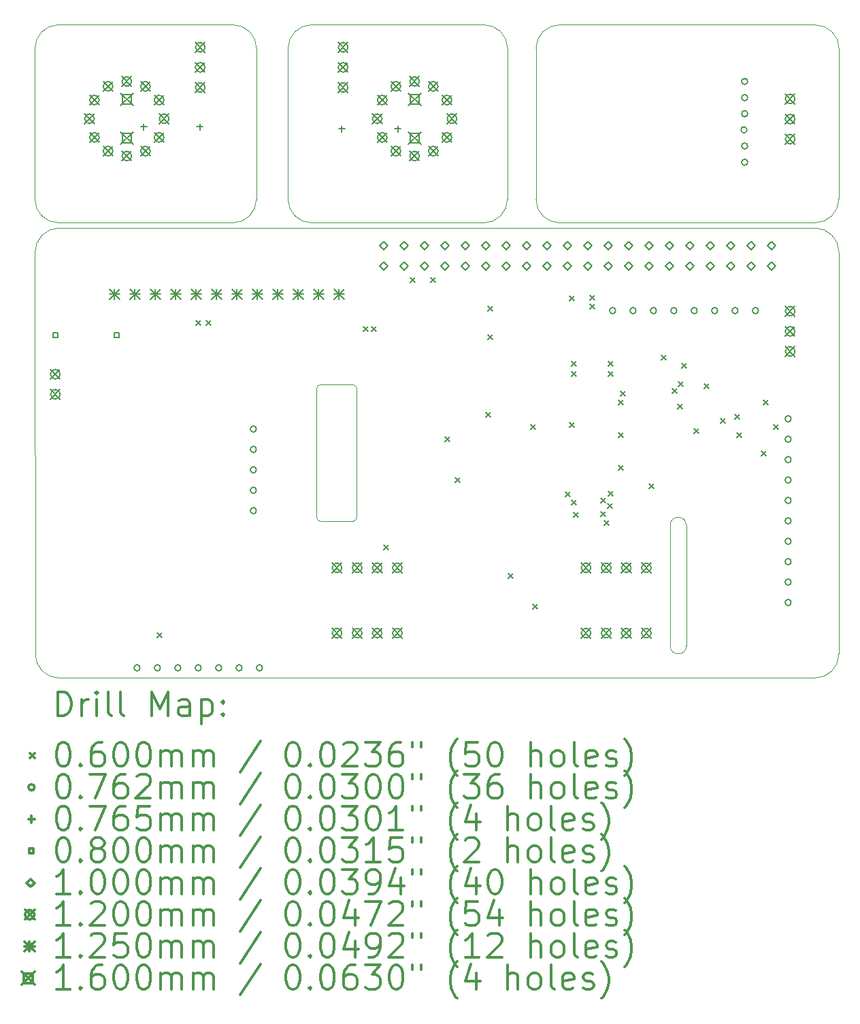
<source format=gbr>
%FSLAX45Y45*%
G04 Gerber Fmt 4.5, Leading zero omitted, Abs format (unit mm)*
G04 Created by KiCad (PCBNEW (5.1.10)-1) date 2021-06-27 18:35:32*
%MOMM*%
%LPD*%
G01*
G04 APERTURE LIST*
%TA.AperFunction,Profile*%
%ADD10C,0.100000*%
%TD*%
%ADD11C,0.200000*%
%ADD12C,0.300000*%
G04 APERTURE END LIST*
D10*
X18958600Y-6872000D02*
X16787200Y-6872000D01*
X22082800Y-6872000D02*
X19936800Y-6872000D01*
X26202400Y-6872000D02*
X23022600Y-6872000D01*
X18958600Y-9335800D02*
X16788000Y-9335800D01*
X22082800Y-9335800D02*
X19937600Y-9335800D01*
X26200000Y-9335800D02*
X23022600Y-9335800D01*
X26502400Y-7172000D02*
G75*
G03*
X26202400Y-6872000I-300000J0D01*
G01*
X26200000Y-9335800D02*
G75*
G03*
X26500000Y-9035800I0J300000D01*
G01*
X23022600Y-6872000D02*
G75*
G03*
X22730200Y-7165200I400J-292800D01*
G01*
X22730200Y-7165200D02*
X22729400Y-9043400D01*
X22729400Y-9043400D02*
G75*
G03*
X23022600Y-9335800I292800J400D01*
G01*
X22082800Y-9335800D02*
G75*
G03*
X22375200Y-9042600I-400J292800D01*
G01*
X22375200Y-9042600D02*
X22376000Y-7164400D01*
X22376000Y-7164400D02*
G75*
G03*
X22082800Y-6872000I-292800J-400D01*
G01*
X19644400Y-9043400D02*
X19644400Y-7165200D01*
X19936800Y-6872000D02*
G75*
G03*
X19644400Y-7165200I400J-292800D01*
G01*
X19251800Y-7164400D02*
G75*
G03*
X18958600Y-6872000I-292800J-400D01*
G01*
X19251000Y-9042600D02*
X19251800Y-7164400D01*
X18958600Y-9335800D02*
G75*
G03*
X19251000Y-9042600I-400J292800D01*
G01*
X19644400Y-9043400D02*
G75*
G03*
X19937600Y-9335800I292800J400D01*
G01*
X16787200Y-6872000D02*
G75*
G03*
X16494800Y-7165200I400J-292800D01*
G01*
X16494800Y-9043400D02*
G75*
G03*
X16788000Y-9335800I292800J400D01*
G01*
X26500000Y-9035800D02*
X26502400Y-7172000D01*
X16494800Y-9043400D02*
X16494800Y-7165200D01*
X20000087Y-11400000D02*
X20000087Y-13000000D01*
X24400000Y-14600000D02*
X24400000Y-13100000D01*
X24600000Y-13100000D02*
X24600000Y-14600000D01*
X24600000Y-13100000D02*
G75*
G03*
X24400000Y-13100000I-100000J0D01*
G01*
X24400000Y-14600000D02*
G75*
G03*
X24600000Y-14600000I100000J0D01*
G01*
X20050000Y-11350000D02*
G75*
G03*
X20000087Y-11400000I87J-50000D01*
G01*
X20450000Y-13050000D02*
G75*
G03*
X20500000Y-13000000I0J50000D01*
G01*
X20000000Y-13000000D02*
G75*
G03*
X20050000Y-13050000I50000J0D01*
G01*
X20500000Y-11400000D02*
G75*
G03*
X20450000Y-11350000I-50000J0D01*
G01*
X26500000Y-9700000D02*
G75*
G03*
X26200000Y-9400000I-300000J0D01*
G01*
X26200000Y-15000000D02*
G75*
G03*
X26500000Y-14700000I0J300000D01*
G01*
X16500000Y-14704800D02*
G75*
G03*
X16794800Y-15000000I295200J0D01*
G01*
X16800000Y-9400000D02*
G75*
G03*
X16494800Y-9705200I0J-305200D01*
G01*
X26200000Y-9400000D02*
X16800000Y-9400000D01*
X20450000Y-13050000D02*
X20050000Y-13050000D01*
X20500000Y-11400000D02*
X20500000Y-13000000D01*
X20050000Y-11350000D02*
X20450000Y-11350000D01*
X26500000Y-14700000D02*
X26500000Y-9700000D01*
X16794800Y-15000000D02*
X26200000Y-15000000D01*
X16494800Y-9705200D02*
X16500000Y-14704800D01*
D11*
X18014200Y-14436600D02*
X18074200Y-14496600D01*
X18074200Y-14436600D02*
X18014200Y-14496600D01*
X18496800Y-10550400D02*
X18556800Y-10610400D01*
X18556800Y-10550400D02*
X18496800Y-10610400D01*
X18623800Y-10550400D02*
X18683800Y-10610400D01*
X18683800Y-10550400D02*
X18623800Y-10610400D01*
X20579600Y-10626600D02*
X20639600Y-10686600D01*
X20639600Y-10626600D02*
X20579600Y-10686600D01*
X20681200Y-10626600D02*
X20741200Y-10686600D01*
X20741200Y-10626600D02*
X20681200Y-10686600D01*
X20833600Y-13344400D02*
X20893600Y-13404400D01*
X20893600Y-13344400D02*
X20833600Y-13404400D01*
X21163800Y-10017000D02*
X21223800Y-10077000D01*
X21223800Y-10017000D02*
X21163800Y-10077000D01*
X21417800Y-10017000D02*
X21477800Y-10077000D01*
X21477800Y-10017000D02*
X21417800Y-10077000D01*
X21595600Y-11998200D02*
X21655600Y-12058200D01*
X21655600Y-11998200D02*
X21595600Y-12058200D01*
X21722600Y-12506200D02*
X21782600Y-12566200D01*
X21782600Y-12506200D02*
X21722600Y-12566200D01*
X22103600Y-11693400D02*
X22163600Y-11753400D01*
X22163600Y-11693400D02*
X22103600Y-11753400D01*
X22129000Y-10372600D02*
X22189000Y-10432600D01*
X22189000Y-10372600D02*
X22129000Y-10432600D01*
X22129000Y-10728200D02*
X22189000Y-10788200D01*
X22189000Y-10728200D02*
X22129000Y-10788200D01*
X22383000Y-13700000D02*
X22443000Y-13760000D01*
X22443000Y-13700000D02*
X22383000Y-13760000D01*
X22662400Y-11845800D02*
X22722400Y-11905800D01*
X22722400Y-11845800D02*
X22662400Y-11905800D01*
X22687800Y-14081000D02*
X22747800Y-14141000D01*
X22747800Y-14081000D02*
X22687800Y-14141000D01*
X23092699Y-12684000D02*
X23152699Y-12744000D01*
X23152699Y-12684000D02*
X23092699Y-12744000D01*
X23145000Y-10245600D02*
X23205000Y-10305600D01*
X23205000Y-10245600D02*
X23145000Y-10305600D01*
X23145000Y-11820400D02*
X23205000Y-11880400D01*
X23205000Y-11820400D02*
X23145000Y-11880400D01*
X23170400Y-11058400D02*
X23230400Y-11118400D01*
X23230400Y-11058400D02*
X23170400Y-11118400D01*
X23170400Y-11185400D02*
X23230400Y-11245400D01*
X23230400Y-11185400D02*
X23170400Y-11245400D01*
X23170400Y-12782599D02*
X23230400Y-12842599D01*
X23230400Y-12782599D02*
X23170400Y-12842599D01*
X23195800Y-12938000D02*
X23255800Y-12998000D01*
X23255800Y-12938000D02*
X23195800Y-12998000D01*
X23400501Y-10237199D02*
X23460501Y-10297199D01*
X23460501Y-10237199D02*
X23400501Y-10297199D01*
X23400501Y-10347200D02*
X23460501Y-10407200D01*
X23460501Y-10347200D02*
X23400501Y-10407200D01*
X23535353Y-12926840D02*
X23595353Y-12986840D01*
X23595353Y-12926840D02*
X23535353Y-12986840D01*
X23538083Y-12756737D02*
X23598083Y-12816737D01*
X23598083Y-12756737D02*
X23538083Y-12816737D01*
X23576800Y-13039600D02*
X23636800Y-13099600D01*
X23636800Y-13039600D02*
X23576800Y-13099600D01*
X23620545Y-12829539D02*
X23680545Y-12889539D01*
X23680545Y-12829539D02*
X23620545Y-12889539D01*
X23626953Y-12674138D02*
X23686953Y-12734138D01*
X23686953Y-12674138D02*
X23626953Y-12734138D01*
X23627600Y-11058400D02*
X23687600Y-11118400D01*
X23687600Y-11058400D02*
X23627600Y-11118400D01*
X23627600Y-11185400D02*
X23687600Y-11245400D01*
X23687600Y-11185400D02*
X23627600Y-11245400D01*
X23754600Y-11541000D02*
X23814600Y-11601000D01*
X23814600Y-11541000D02*
X23754600Y-11601000D01*
X23754600Y-11947400D02*
X23814600Y-12007400D01*
X23814600Y-11947400D02*
X23754600Y-12007400D01*
X23754600Y-12353800D02*
X23814600Y-12413800D01*
X23814600Y-12353800D02*
X23754600Y-12413800D01*
X23781279Y-11434283D02*
X23841279Y-11494283D01*
X23841279Y-11434283D02*
X23781279Y-11494283D01*
X24135600Y-12582400D02*
X24195600Y-12642400D01*
X24195600Y-12582400D02*
X24135600Y-12642400D01*
X24288000Y-10982200D02*
X24348000Y-11042200D01*
X24348000Y-10982200D02*
X24288000Y-11042200D01*
X24426445Y-11398169D02*
X24486445Y-11458169D01*
X24486445Y-11398169D02*
X24426445Y-11458169D01*
X24491200Y-11595550D02*
X24551200Y-11655550D01*
X24551200Y-11595550D02*
X24491200Y-11655550D01*
X24502960Y-11310322D02*
X24562960Y-11370322D01*
X24562960Y-11310322D02*
X24502960Y-11370322D01*
X24542000Y-11082299D02*
X24602000Y-11142299D01*
X24602000Y-11082299D02*
X24542000Y-11142299D01*
X24694400Y-11896600D02*
X24754400Y-11956600D01*
X24754400Y-11896600D02*
X24694400Y-11956600D01*
X24819559Y-11337800D02*
X24879559Y-11397800D01*
X24879559Y-11337800D02*
X24819559Y-11397800D01*
X25024600Y-11769600D02*
X25084600Y-11829600D01*
X25084600Y-11769600D02*
X25024600Y-11829600D01*
X25202400Y-11718800D02*
X25262400Y-11778800D01*
X25262400Y-11718800D02*
X25202400Y-11778800D01*
X25227800Y-11947400D02*
X25287800Y-12007400D01*
X25287800Y-11947400D02*
X25227800Y-12007400D01*
X25532600Y-12176000D02*
X25592600Y-12236000D01*
X25592600Y-12176000D02*
X25532600Y-12236000D01*
X25558000Y-11541000D02*
X25618000Y-11601000D01*
X25618000Y-11541000D02*
X25558000Y-11601000D01*
X25685000Y-11845800D02*
X25745000Y-11905800D01*
X25745000Y-11845800D02*
X25685000Y-11905800D01*
X17802900Y-14873000D02*
G75*
G03*
X17802900Y-14873000I-38100J0D01*
G01*
X18056900Y-14873000D02*
G75*
G03*
X18056900Y-14873000I-38100J0D01*
G01*
X18310900Y-14873000D02*
G75*
G03*
X18310900Y-14873000I-38100J0D01*
G01*
X18564900Y-14873000D02*
G75*
G03*
X18564900Y-14873000I-38100J0D01*
G01*
X18818900Y-14873000D02*
G75*
G03*
X18818900Y-14873000I-38100J0D01*
G01*
X19072900Y-14873000D02*
G75*
G03*
X19072900Y-14873000I-38100J0D01*
G01*
X19250700Y-11901200D02*
G75*
G03*
X19250700Y-11901200I-38100J0D01*
G01*
X19250700Y-12155200D02*
G75*
G03*
X19250700Y-12155200I-38100J0D01*
G01*
X19250700Y-12409200D02*
G75*
G03*
X19250700Y-12409200I-38100J0D01*
G01*
X19250700Y-12663200D02*
G75*
G03*
X19250700Y-12663200I-38100J0D01*
G01*
X19250700Y-12917200D02*
G75*
G03*
X19250700Y-12917200I-38100J0D01*
G01*
X19326900Y-14873000D02*
G75*
G03*
X19326900Y-14873000I-38100J0D01*
G01*
X23721100Y-10428000D02*
G75*
G03*
X23721100Y-10428000I-38100J0D01*
G01*
X23975100Y-10428000D02*
G75*
G03*
X23975100Y-10428000I-38100J0D01*
G01*
X24229100Y-10428000D02*
G75*
G03*
X24229100Y-10428000I-38100J0D01*
G01*
X24483100Y-10428000D02*
G75*
G03*
X24483100Y-10428000I-38100J0D01*
G01*
X24737100Y-10428000D02*
G75*
G03*
X24737100Y-10428000I-38100J0D01*
G01*
X24991100Y-10428000D02*
G75*
G03*
X24991100Y-10428000I-38100J0D01*
G01*
X25245100Y-10428000D02*
G75*
G03*
X25245100Y-10428000I-38100J0D01*
G01*
X25356000Y-8179200D02*
G75*
G03*
X25356000Y-8179200I-38100J0D01*
G01*
X25364400Y-7576200D02*
G75*
G03*
X25364400Y-7576200I-38100J0D01*
G01*
X25364400Y-7777200D02*
G75*
G03*
X25364400Y-7777200I-38100J0D01*
G01*
X25364400Y-7978200D02*
G75*
G03*
X25364400Y-7978200I-38100J0D01*
G01*
X25364400Y-8380200D02*
G75*
G03*
X25364400Y-8380200I-38100J0D01*
G01*
X25364400Y-8581200D02*
G75*
G03*
X25364400Y-8581200I-38100J0D01*
G01*
X25499100Y-10428000D02*
G75*
G03*
X25499100Y-10428000I-38100J0D01*
G01*
X25905500Y-11774200D02*
G75*
G03*
X25905500Y-11774200I-38100J0D01*
G01*
X25905500Y-12028200D02*
G75*
G03*
X25905500Y-12028200I-38100J0D01*
G01*
X25905500Y-12282200D02*
G75*
G03*
X25905500Y-12282200I-38100J0D01*
G01*
X25905500Y-12536200D02*
G75*
G03*
X25905500Y-12536200I-38100J0D01*
G01*
X25905500Y-12790200D02*
G75*
G03*
X25905500Y-12790200I-38100J0D01*
G01*
X25905500Y-13044200D02*
G75*
G03*
X25905500Y-13044200I-38100J0D01*
G01*
X25905500Y-13298200D02*
G75*
G03*
X25905500Y-13298200I-38100J0D01*
G01*
X25905500Y-13552200D02*
G75*
G03*
X25905500Y-13552200I-38100J0D01*
G01*
X25905500Y-13806200D02*
G75*
G03*
X25905500Y-13806200I-38100J0D01*
G01*
X25905500Y-14060200D02*
G75*
G03*
X25905500Y-14060200I-38100J0D01*
G01*
X17846600Y-8103750D02*
X17846600Y-8180250D01*
X17808350Y-8142000D02*
X17884850Y-8142000D01*
X18546600Y-8103750D02*
X18546600Y-8180250D01*
X18508350Y-8142000D02*
X18584850Y-8142000D01*
X20310400Y-8129150D02*
X20310400Y-8205650D01*
X20272150Y-8167400D02*
X20348650Y-8167400D01*
X21010400Y-8129150D02*
X21010400Y-8205650D01*
X20972150Y-8167400D02*
X21048650Y-8167400D01*
X16777084Y-10761085D02*
X16777084Y-10704516D01*
X16720515Y-10704516D01*
X16720515Y-10761085D01*
X16777084Y-10761085D01*
X17539085Y-10761085D02*
X17539085Y-10704516D01*
X17482516Y-10704516D01*
X17482516Y-10761085D01*
X17539085Y-10761085D01*
X20837000Y-9673000D02*
X20887000Y-9623000D01*
X20837000Y-9573000D01*
X20787000Y-9623000D01*
X20837000Y-9673000D01*
X20837000Y-9927000D02*
X20887000Y-9877000D01*
X20837000Y-9827000D01*
X20787000Y-9877000D01*
X20837000Y-9927000D01*
X21091000Y-9673000D02*
X21141000Y-9623000D01*
X21091000Y-9573000D01*
X21041000Y-9623000D01*
X21091000Y-9673000D01*
X21091000Y-9927000D02*
X21141000Y-9877000D01*
X21091000Y-9827000D01*
X21041000Y-9877000D01*
X21091000Y-9927000D01*
X21345000Y-9673000D02*
X21395000Y-9623000D01*
X21345000Y-9573000D01*
X21295000Y-9623000D01*
X21345000Y-9673000D01*
X21345000Y-9927000D02*
X21395000Y-9877000D01*
X21345000Y-9827000D01*
X21295000Y-9877000D01*
X21345000Y-9927000D01*
X21599000Y-9673000D02*
X21649000Y-9623000D01*
X21599000Y-9573000D01*
X21549000Y-9623000D01*
X21599000Y-9673000D01*
X21599000Y-9927000D02*
X21649000Y-9877000D01*
X21599000Y-9827000D01*
X21549000Y-9877000D01*
X21599000Y-9927000D01*
X21853000Y-9673000D02*
X21903000Y-9623000D01*
X21853000Y-9573000D01*
X21803000Y-9623000D01*
X21853000Y-9673000D01*
X21853000Y-9927000D02*
X21903000Y-9877000D01*
X21853000Y-9827000D01*
X21803000Y-9877000D01*
X21853000Y-9927000D01*
X22107000Y-9673000D02*
X22157000Y-9623000D01*
X22107000Y-9573000D01*
X22057000Y-9623000D01*
X22107000Y-9673000D01*
X22107000Y-9927000D02*
X22157000Y-9877000D01*
X22107000Y-9827000D01*
X22057000Y-9877000D01*
X22107000Y-9927000D01*
X22361000Y-9673000D02*
X22411000Y-9623000D01*
X22361000Y-9573000D01*
X22311000Y-9623000D01*
X22361000Y-9673000D01*
X22361000Y-9927000D02*
X22411000Y-9877000D01*
X22361000Y-9827000D01*
X22311000Y-9877000D01*
X22361000Y-9927000D01*
X22615000Y-9673000D02*
X22665000Y-9623000D01*
X22615000Y-9573000D01*
X22565000Y-9623000D01*
X22615000Y-9673000D01*
X22615000Y-9927000D02*
X22665000Y-9877000D01*
X22615000Y-9827000D01*
X22565000Y-9877000D01*
X22615000Y-9927000D01*
X22869000Y-9673000D02*
X22919000Y-9623000D01*
X22869000Y-9573000D01*
X22819000Y-9623000D01*
X22869000Y-9673000D01*
X22869000Y-9927000D02*
X22919000Y-9877000D01*
X22869000Y-9827000D01*
X22819000Y-9877000D01*
X22869000Y-9927000D01*
X23123000Y-9673000D02*
X23173000Y-9623000D01*
X23123000Y-9573000D01*
X23073000Y-9623000D01*
X23123000Y-9673000D01*
X23123000Y-9927000D02*
X23173000Y-9877000D01*
X23123000Y-9827000D01*
X23073000Y-9877000D01*
X23123000Y-9927000D01*
X23377000Y-9673000D02*
X23427000Y-9623000D01*
X23377000Y-9573000D01*
X23327000Y-9623000D01*
X23377000Y-9673000D01*
X23377000Y-9927000D02*
X23427000Y-9877000D01*
X23377000Y-9827000D01*
X23327000Y-9877000D01*
X23377000Y-9927000D01*
X23631000Y-9673000D02*
X23681000Y-9623000D01*
X23631000Y-9573000D01*
X23581000Y-9623000D01*
X23631000Y-9673000D01*
X23631000Y-9927000D02*
X23681000Y-9877000D01*
X23631000Y-9827000D01*
X23581000Y-9877000D01*
X23631000Y-9927000D01*
X23885000Y-9673000D02*
X23935000Y-9623000D01*
X23885000Y-9573000D01*
X23835000Y-9623000D01*
X23885000Y-9673000D01*
X23885000Y-9927000D02*
X23935000Y-9877000D01*
X23885000Y-9827000D01*
X23835000Y-9877000D01*
X23885000Y-9927000D01*
X24139000Y-9673000D02*
X24189000Y-9623000D01*
X24139000Y-9573000D01*
X24089000Y-9623000D01*
X24139000Y-9673000D01*
X24139000Y-9927000D02*
X24189000Y-9877000D01*
X24139000Y-9827000D01*
X24089000Y-9877000D01*
X24139000Y-9927000D01*
X24393000Y-9673000D02*
X24443000Y-9623000D01*
X24393000Y-9573000D01*
X24343000Y-9623000D01*
X24393000Y-9673000D01*
X24393000Y-9927000D02*
X24443000Y-9877000D01*
X24393000Y-9827000D01*
X24343000Y-9877000D01*
X24393000Y-9927000D01*
X24647000Y-9673000D02*
X24697000Y-9623000D01*
X24647000Y-9573000D01*
X24597000Y-9623000D01*
X24647000Y-9673000D01*
X24647000Y-9927000D02*
X24697000Y-9877000D01*
X24647000Y-9827000D01*
X24597000Y-9877000D01*
X24647000Y-9927000D01*
X24901000Y-9673000D02*
X24951000Y-9623000D01*
X24901000Y-9573000D01*
X24851000Y-9623000D01*
X24901000Y-9673000D01*
X24901000Y-9927000D02*
X24951000Y-9877000D01*
X24901000Y-9827000D01*
X24851000Y-9877000D01*
X24901000Y-9927000D01*
X25155000Y-9673000D02*
X25205000Y-9623000D01*
X25155000Y-9573000D01*
X25105000Y-9623000D01*
X25155000Y-9673000D01*
X25155000Y-9927000D02*
X25205000Y-9877000D01*
X25155000Y-9827000D01*
X25105000Y-9877000D01*
X25155000Y-9927000D01*
X25409000Y-9673000D02*
X25459000Y-9623000D01*
X25409000Y-9573000D01*
X25359000Y-9623000D01*
X25409000Y-9673000D01*
X25409000Y-9927000D02*
X25459000Y-9877000D01*
X25409000Y-9827000D01*
X25359000Y-9877000D01*
X25409000Y-9927000D01*
X25663000Y-9673000D02*
X25713000Y-9623000D01*
X25663000Y-9573000D01*
X25613000Y-9623000D01*
X25663000Y-9673000D01*
X25663000Y-9927000D02*
X25713000Y-9877000D01*
X25663000Y-9827000D01*
X25613000Y-9877000D01*
X25663000Y-9927000D01*
X16688800Y-11159400D02*
X16808800Y-11279400D01*
X16808800Y-11159400D02*
X16688800Y-11279400D01*
X16808800Y-11219400D02*
G75*
G03*
X16808800Y-11219400I-60000J0D01*
G01*
X16688800Y-11409400D02*
X16808800Y-11529400D01*
X16808800Y-11409400D02*
X16688800Y-11529400D01*
X16808800Y-11469400D02*
G75*
G03*
X16808800Y-11469400I-60000J0D01*
G01*
X17112800Y-7980400D02*
X17232800Y-8100400D01*
X17232800Y-7980400D02*
X17112800Y-8100400D01*
X17232800Y-8040400D02*
G75*
G03*
X17232800Y-8040400I-60000J0D01*
G01*
X17175100Y-7747900D02*
X17295100Y-7867900D01*
X17295100Y-7747900D02*
X17175100Y-7867900D01*
X17295100Y-7807900D02*
G75*
G03*
X17295100Y-7807900I-60000J0D01*
G01*
X17175100Y-8212900D02*
X17295100Y-8332900D01*
X17295100Y-8212900D02*
X17175100Y-8332900D01*
X17295100Y-8272900D02*
G75*
G03*
X17295100Y-8272900I-60000J0D01*
G01*
X17345300Y-7577700D02*
X17465300Y-7697700D01*
X17465300Y-7577700D02*
X17345300Y-7697700D01*
X17465300Y-7637700D02*
G75*
G03*
X17465300Y-7637700I-60000J0D01*
G01*
X17345300Y-8383100D02*
X17465300Y-8503100D01*
X17465300Y-8383100D02*
X17345300Y-8503100D01*
X17465300Y-8443100D02*
G75*
G03*
X17465300Y-8443100I-60000J0D01*
G01*
X17577800Y-7515400D02*
X17697800Y-7635400D01*
X17697800Y-7515400D02*
X17577800Y-7635400D01*
X17697800Y-7575400D02*
G75*
G03*
X17697800Y-7575400I-60000J0D01*
G01*
X17577800Y-8445400D02*
X17697800Y-8565400D01*
X17697800Y-8445400D02*
X17577800Y-8565400D01*
X17697800Y-8505400D02*
G75*
G03*
X17697800Y-8505400I-60000J0D01*
G01*
X17810300Y-7577700D02*
X17930300Y-7697700D01*
X17930300Y-7577700D02*
X17810300Y-7697700D01*
X17930300Y-7637700D02*
G75*
G03*
X17930300Y-7637700I-60000J0D01*
G01*
X17810300Y-8383100D02*
X17930300Y-8503100D01*
X17930300Y-8383100D02*
X17810300Y-8503100D01*
X17930300Y-8443100D02*
G75*
G03*
X17930300Y-8443100I-60000J0D01*
G01*
X17980500Y-7747900D02*
X18100500Y-7867900D01*
X18100500Y-7747900D02*
X17980500Y-7867900D01*
X18100500Y-7807900D02*
G75*
G03*
X18100500Y-7807900I-60000J0D01*
G01*
X17980500Y-8212900D02*
X18100500Y-8332900D01*
X18100500Y-8212900D02*
X17980500Y-8332900D01*
X18100500Y-8272900D02*
G75*
G03*
X18100500Y-8272900I-60000J0D01*
G01*
X18042800Y-7980400D02*
X18162800Y-8100400D01*
X18162800Y-7980400D02*
X18042800Y-8100400D01*
X18162800Y-8040400D02*
G75*
G03*
X18162800Y-8040400I-60000J0D01*
G01*
X18492200Y-7091400D02*
X18612200Y-7211400D01*
X18612200Y-7091400D02*
X18492200Y-7211400D01*
X18612200Y-7151400D02*
G75*
G03*
X18612200Y-7151400I-60000J0D01*
G01*
X18492200Y-7341400D02*
X18612200Y-7461400D01*
X18612200Y-7341400D02*
X18492200Y-7461400D01*
X18612200Y-7401400D02*
G75*
G03*
X18612200Y-7401400I-60000J0D01*
G01*
X18492200Y-7591400D02*
X18612200Y-7711400D01*
X18612200Y-7591400D02*
X18492200Y-7711400D01*
X18612200Y-7651400D02*
G75*
G03*
X18612200Y-7651400I-60000J0D01*
G01*
X20194000Y-13568400D02*
X20314000Y-13688400D01*
X20314000Y-13568400D02*
X20194000Y-13688400D01*
X20314000Y-13628400D02*
G75*
G03*
X20314000Y-13628400I-60000J0D01*
G01*
X20194000Y-14381200D02*
X20314000Y-14501200D01*
X20314000Y-14381200D02*
X20194000Y-14501200D01*
X20314000Y-14441200D02*
G75*
G03*
X20314000Y-14441200I-60000J0D01*
G01*
X20270200Y-7091400D02*
X20390200Y-7211400D01*
X20390200Y-7091400D02*
X20270200Y-7211400D01*
X20390200Y-7151400D02*
G75*
G03*
X20390200Y-7151400I-60000J0D01*
G01*
X20270200Y-7341400D02*
X20390200Y-7461400D01*
X20390200Y-7341400D02*
X20270200Y-7461400D01*
X20390200Y-7401400D02*
G75*
G03*
X20390200Y-7401400I-60000J0D01*
G01*
X20270200Y-7591400D02*
X20390200Y-7711400D01*
X20390200Y-7591400D02*
X20270200Y-7711400D01*
X20390200Y-7651400D02*
G75*
G03*
X20390200Y-7651400I-60000J0D01*
G01*
X20444000Y-13568400D02*
X20564000Y-13688400D01*
X20564000Y-13568400D02*
X20444000Y-13688400D01*
X20564000Y-13628400D02*
G75*
G03*
X20564000Y-13628400I-60000J0D01*
G01*
X20444000Y-14381200D02*
X20564000Y-14501200D01*
X20564000Y-14381200D02*
X20444000Y-14501200D01*
X20564000Y-14441200D02*
G75*
G03*
X20564000Y-14441200I-60000J0D01*
G01*
X20694000Y-13568400D02*
X20814000Y-13688400D01*
X20814000Y-13568400D02*
X20694000Y-13688400D01*
X20814000Y-13628400D02*
G75*
G03*
X20814000Y-13628400I-60000J0D01*
G01*
X20694000Y-14381200D02*
X20814000Y-14501200D01*
X20814000Y-14381200D02*
X20694000Y-14501200D01*
X20814000Y-14441200D02*
G75*
G03*
X20814000Y-14441200I-60000J0D01*
G01*
X20694200Y-7980400D02*
X20814200Y-8100400D01*
X20814200Y-7980400D02*
X20694200Y-8100400D01*
X20814200Y-8040400D02*
G75*
G03*
X20814200Y-8040400I-60000J0D01*
G01*
X20756500Y-7747900D02*
X20876500Y-7867900D01*
X20876500Y-7747900D02*
X20756500Y-7867900D01*
X20876500Y-7807900D02*
G75*
G03*
X20876500Y-7807900I-60000J0D01*
G01*
X20756500Y-8212900D02*
X20876500Y-8332900D01*
X20876500Y-8212900D02*
X20756500Y-8332900D01*
X20876500Y-8272900D02*
G75*
G03*
X20876500Y-8272900I-60000J0D01*
G01*
X20926700Y-7577700D02*
X21046700Y-7697700D01*
X21046700Y-7577700D02*
X20926700Y-7697700D01*
X21046700Y-7637700D02*
G75*
G03*
X21046700Y-7637700I-60000J0D01*
G01*
X20926700Y-8383100D02*
X21046700Y-8503100D01*
X21046700Y-8383100D02*
X20926700Y-8503100D01*
X21046700Y-8443100D02*
G75*
G03*
X21046700Y-8443100I-60000J0D01*
G01*
X20944000Y-13568400D02*
X21064000Y-13688400D01*
X21064000Y-13568400D02*
X20944000Y-13688400D01*
X21064000Y-13628400D02*
G75*
G03*
X21064000Y-13628400I-60000J0D01*
G01*
X20944000Y-14381200D02*
X21064000Y-14501200D01*
X21064000Y-14381200D02*
X20944000Y-14501200D01*
X21064000Y-14441200D02*
G75*
G03*
X21064000Y-14441200I-60000J0D01*
G01*
X21159200Y-7515400D02*
X21279200Y-7635400D01*
X21279200Y-7515400D02*
X21159200Y-7635400D01*
X21279200Y-7575400D02*
G75*
G03*
X21279200Y-7575400I-60000J0D01*
G01*
X21159200Y-8445400D02*
X21279200Y-8565400D01*
X21279200Y-8445400D02*
X21159200Y-8565400D01*
X21279200Y-8505400D02*
G75*
G03*
X21279200Y-8505400I-60000J0D01*
G01*
X21391700Y-7577700D02*
X21511700Y-7697700D01*
X21511700Y-7577700D02*
X21391700Y-7697700D01*
X21511700Y-7637700D02*
G75*
G03*
X21511700Y-7637700I-60000J0D01*
G01*
X21391700Y-8383100D02*
X21511700Y-8503100D01*
X21511700Y-8383100D02*
X21391700Y-8503100D01*
X21511700Y-8443100D02*
G75*
G03*
X21511700Y-8443100I-60000J0D01*
G01*
X21561900Y-7747900D02*
X21681900Y-7867900D01*
X21681900Y-7747900D02*
X21561900Y-7867900D01*
X21681900Y-7807900D02*
G75*
G03*
X21681900Y-7807900I-60000J0D01*
G01*
X21561900Y-8212900D02*
X21681900Y-8332900D01*
X21681900Y-8212900D02*
X21561900Y-8332900D01*
X21681900Y-8272900D02*
G75*
G03*
X21681900Y-8272900I-60000J0D01*
G01*
X21624200Y-7980400D02*
X21744200Y-8100400D01*
X21744200Y-7980400D02*
X21624200Y-8100400D01*
X21744200Y-8040400D02*
G75*
G03*
X21744200Y-8040400I-60000J0D01*
G01*
X23292800Y-13568400D02*
X23412800Y-13688400D01*
X23412800Y-13568400D02*
X23292800Y-13688400D01*
X23412800Y-13628400D02*
G75*
G03*
X23412800Y-13628400I-60000J0D01*
G01*
X23292800Y-14381200D02*
X23412800Y-14501200D01*
X23412800Y-14381200D02*
X23292800Y-14501200D01*
X23412800Y-14441200D02*
G75*
G03*
X23412800Y-14441200I-60000J0D01*
G01*
X23542800Y-13568400D02*
X23662800Y-13688400D01*
X23662800Y-13568400D02*
X23542800Y-13688400D01*
X23662800Y-13628400D02*
G75*
G03*
X23662800Y-13628400I-60000J0D01*
G01*
X23542800Y-14381200D02*
X23662800Y-14501200D01*
X23662800Y-14381200D02*
X23542800Y-14501200D01*
X23662800Y-14441200D02*
G75*
G03*
X23662800Y-14441200I-60000J0D01*
G01*
X23792800Y-13568400D02*
X23912800Y-13688400D01*
X23912800Y-13568400D02*
X23792800Y-13688400D01*
X23912800Y-13628400D02*
G75*
G03*
X23912800Y-13628400I-60000J0D01*
G01*
X23792800Y-14381200D02*
X23912800Y-14501200D01*
X23912800Y-14381200D02*
X23792800Y-14501200D01*
X23912800Y-14441200D02*
G75*
G03*
X23912800Y-14441200I-60000J0D01*
G01*
X24042800Y-13568400D02*
X24162800Y-13688400D01*
X24162800Y-13568400D02*
X24042800Y-13688400D01*
X24162800Y-13628400D02*
G75*
G03*
X24162800Y-13628400I-60000J0D01*
G01*
X24042800Y-14381200D02*
X24162800Y-14501200D01*
X24162800Y-14381200D02*
X24042800Y-14501200D01*
X24162800Y-14441200D02*
G75*
G03*
X24162800Y-14441200I-60000J0D01*
G01*
X25832800Y-7734400D02*
X25952800Y-7854400D01*
X25952800Y-7734400D02*
X25832800Y-7854400D01*
X25952800Y-7794400D02*
G75*
G03*
X25952800Y-7794400I-60000J0D01*
G01*
X25832800Y-7984400D02*
X25952800Y-8104400D01*
X25952800Y-7984400D02*
X25832800Y-8104400D01*
X25952800Y-8044400D02*
G75*
G03*
X25952800Y-8044400I-60000J0D01*
G01*
X25832800Y-8234400D02*
X25952800Y-8354400D01*
X25952800Y-8234400D02*
X25832800Y-8354400D01*
X25952800Y-8294400D02*
G75*
G03*
X25952800Y-8294400I-60000J0D01*
G01*
X25832800Y-10376000D02*
X25952800Y-10496000D01*
X25952800Y-10376000D02*
X25832800Y-10496000D01*
X25952800Y-10436000D02*
G75*
G03*
X25952800Y-10436000I-60000J0D01*
G01*
X25832800Y-10626000D02*
X25952800Y-10746000D01*
X25952800Y-10626000D02*
X25832800Y-10746000D01*
X25952800Y-10686000D02*
G75*
G03*
X25952800Y-10686000I-60000J0D01*
G01*
X25832800Y-10876000D02*
X25952800Y-10996000D01*
X25952800Y-10876000D02*
X25832800Y-10996000D01*
X25952800Y-10936000D02*
G75*
G03*
X25952800Y-10936000I-60000J0D01*
G01*
X17422900Y-10162300D02*
X17547900Y-10287300D01*
X17547900Y-10162300D02*
X17422900Y-10287300D01*
X17485400Y-10162300D02*
X17485400Y-10287300D01*
X17422900Y-10224800D02*
X17547900Y-10224800D01*
X17676900Y-10162300D02*
X17801900Y-10287300D01*
X17801900Y-10162300D02*
X17676900Y-10287300D01*
X17739400Y-10162300D02*
X17739400Y-10287300D01*
X17676900Y-10224800D02*
X17801900Y-10224800D01*
X17930900Y-10162300D02*
X18055900Y-10287300D01*
X18055900Y-10162300D02*
X17930900Y-10287300D01*
X17993400Y-10162300D02*
X17993400Y-10287300D01*
X17930900Y-10224800D02*
X18055900Y-10224800D01*
X18184900Y-10162300D02*
X18309900Y-10287300D01*
X18309900Y-10162300D02*
X18184900Y-10287300D01*
X18247400Y-10162300D02*
X18247400Y-10287300D01*
X18184900Y-10224800D02*
X18309900Y-10224800D01*
X18438900Y-10162300D02*
X18563900Y-10287300D01*
X18563900Y-10162300D02*
X18438900Y-10287300D01*
X18501400Y-10162300D02*
X18501400Y-10287300D01*
X18438900Y-10224800D02*
X18563900Y-10224800D01*
X18692900Y-10162300D02*
X18817900Y-10287300D01*
X18817900Y-10162300D02*
X18692900Y-10287300D01*
X18755400Y-10162300D02*
X18755400Y-10287300D01*
X18692900Y-10224800D02*
X18817900Y-10224800D01*
X18946900Y-10162300D02*
X19071900Y-10287300D01*
X19071900Y-10162300D02*
X18946900Y-10287300D01*
X19009400Y-10162300D02*
X19009400Y-10287300D01*
X18946900Y-10224800D02*
X19071900Y-10224800D01*
X19200900Y-10162300D02*
X19325900Y-10287300D01*
X19325900Y-10162300D02*
X19200900Y-10287300D01*
X19263400Y-10162300D02*
X19263400Y-10287300D01*
X19200900Y-10224800D02*
X19325900Y-10224800D01*
X19454900Y-10162300D02*
X19579900Y-10287300D01*
X19579900Y-10162300D02*
X19454900Y-10287300D01*
X19517400Y-10162300D02*
X19517400Y-10287300D01*
X19454900Y-10224800D02*
X19579900Y-10224800D01*
X19708900Y-10162300D02*
X19833900Y-10287300D01*
X19833900Y-10162300D02*
X19708900Y-10287300D01*
X19771400Y-10162300D02*
X19771400Y-10287300D01*
X19708900Y-10224800D02*
X19833900Y-10224800D01*
X19962900Y-10162300D02*
X20087900Y-10287300D01*
X20087900Y-10162300D02*
X19962900Y-10287300D01*
X20025400Y-10162300D02*
X20025400Y-10287300D01*
X19962900Y-10224800D02*
X20087900Y-10224800D01*
X20216900Y-10162300D02*
X20341900Y-10287300D01*
X20341900Y-10162300D02*
X20216900Y-10287300D01*
X20279400Y-10162300D02*
X20279400Y-10287300D01*
X20216900Y-10224800D02*
X20341900Y-10224800D01*
X17557800Y-7718900D02*
X17717800Y-7878900D01*
X17717800Y-7718900D02*
X17557800Y-7878900D01*
X17694369Y-7855469D02*
X17694369Y-7742331D01*
X17581231Y-7742331D01*
X17581231Y-7855469D01*
X17694369Y-7855469D01*
X17557800Y-8201900D02*
X17717800Y-8361900D01*
X17717800Y-8201900D02*
X17557800Y-8361900D01*
X17694369Y-8338469D02*
X17694369Y-8225331D01*
X17581231Y-8225331D01*
X17581231Y-8338469D01*
X17694369Y-8338469D01*
X21139200Y-7718900D02*
X21299200Y-7878900D01*
X21299200Y-7718900D02*
X21139200Y-7878900D01*
X21275769Y-7855469D02*
X21275769Y-7742331D01*
X21162631Y-7742331D01*
X21162631Y-7855469D01*
X21275769Y-7855469D01*
X21139200Y-8201900D02*
X21299200Y-8361900D01*
X21299200Y-8201900D02*
X21139200Y-8361900D01*
X21275769Y-8338469D02*
X21275769Y-8225331D01*
X21162631Y-8225331D01*
X21162631Y-8338469D01*
X21275769Y-8338469D01*
D12*
X16776228Y-15470714D02*
X16776228Y-15170714D01*
X16847657Y-15170714D01*
X16890514Y-15185000D01*
X16919085Y-15213571D01*
X16933371Y-15242143D01*
X16947657Y-15299286D01*
X16947657Y-15342143D01*
X16933371Y-15399286D01*
X16919085Y-15427857D01*
X16890514Y-15456429D01*
X16847657Y-15470714D01*
X16776228Y-15470714D01*
X17076228Y-15470714D02*
X17076228Y-15270714D01*
X17076228Y-15327857D02*
X17090514Y-15299286D01*
X17104800Y-15285000D01*
X17133371Y-15270714D01*
X17161942Y-15270714D01*
X17261942Y-15470714D02*
X17261942Y-15270714D01*
X17261942Y-15170714D02*
X17247657Y-15185000D01*
X17261942Y-15199286D01*
X17276228Y-15185000D01*
X17261942Y-15170714D01*
X17261942Y-15199286D01*
X17447657Y-15470714D02*
X17419085Y-15456429D01*
X17404800Y-15427857D01*
X17404800Y-15170714D01*
X17604800Y-15470714D02*
X17576228Y-15456429D01*
X17561942Y-15427857D01*
X17561942Y-15170714D01*
X17947657Y-15470714D02*
X17947657Y-15170714D01*
X18047657Y-15385000D01*
X18147657Y-15170714D01*
X18147657Y-15470714D01*
X18419085Y-15470714D02*
X18419085Y-15313571D01*
X18404800Y-15285000D01*
X18376228Y-15270714D01*
X18319085Y-15270714D01*
X18290514Y-15285000D01*
X18419085Y-15456429D02*
X18390514Y-15470714D01*
X18319085Y-15470714D01*
X18290514Y-15456429D01*
X18276228Y-15427857D01*
X18276228Y-15399286D01*
X18290514Y-15370714D01*
X18319085Y-15356429D01*
X18390514Y-15356429D01*
X18419085Y-15342143D01*
X18561942Y-15270714D02*
X18561942Y-15570714D01*
X18561942Y-15285000D02*
X18590514Y-15270714D01*
X18647657Y-15270714D01*
X18676228Y-15285000D01*
X18690514Y-15299286D01*
X18704800Y-15327857D01*
X18704800Y-15413571D01*
X18690514Y-15442143D01*
X18676228Y-15456429D01*
X18647657Y-15470714D01*
X18590514Y-15470714D01*
X18561942Y-15456429D01*
X18833371Y-15442143D02*
X18847657Y-15456429D01*
X18833371Y-15470714D01*
X18819085Y-15456429D01*
X18833371Y-15442143D01*
X18833371Y-15470714D01*
X18833371Y-15285000D02*
X18847657Y-15299286D01*
X18833371Y-15313571D01*
X18819085Y-15299286D01*
X18833371Y-15285000D01*
X18833371Y-15313571D01*
X16429800Y-15935000D02*
X16489800Y-15995000D01*
X16489800Y-15935000D02*
X16429800Y-15995000D01*
X16833371Y-15800714D02*
X16861942Y-15800714D01*
X16890514Y-15815000D01*
X16904800Y-15829286D01*
X16919085Y-15857857D01*
X16933371Y-15915000D01*
X16933371Y-15986429D01*
X16919085Y-16043571D01*
X16904800Y-16072143D01*
X16890514Y-16086429D01*
X16861942Y-16100714D01*
X16833371Y-16100714D01*
X16804800Y-16086429D01*
X16790514Y-16072143D01*
X16776228Y-16043571D01*
X16761942Y-15986429D01*
X16761942Y-15915000D01*
X16776228Y-15857857D01*
X16790514Y-15829286D01*
X16804800Y-15815000D01*
X16833371Y-15800714D01*
X17061942Y-16072143D02*
X17076228Y-16086429D01*
X17061942Y-16100714D01*
X17047657Y-16086429D01*
X17061942Y-16072143D01*
X17061942Y-16100714D01*
X17333371Y-15800714D02*
X17276228Y-15800714D01*
X17247657Y-15815000D01*
X17233371Y-15829286D01*
X17204800Y-15872143D01*
X17190514Y-15929286D01*
X17190514Y-16043571D01*
X17204800Y-16072143D01*
X17219085Y-16086429D01*
X17247657Y-16100714D01*
X17304800Y-16100714D01*
X17333371Y-16086429D01*
X17347657Y-16072143D01*
X17361942Y-16043571D01*
X17361942Y-15972143D01*
X17347657Y-15943571D01*
X17333371Y-15929286D01*
X17304800Y-15915000D01*
X17247657Y-15915000D01*
X17219085Y-15929286D01*
X17204800Y-15943571D01*
X17190514Y-15972143D01*
X17547657Y-15800714D02*
X17576228Y-15800714D01*
X17604800Y-15815000D01*
X17619085Y-15829286D01*
X17633371Y-15857857D01*
X17647657Y-15915000D01*
X17647657Y-15986429D01*
X17633371Y-16043571D01*
X17619085Y-16072143D01*
X17604800Y-16086429D01*
X17576228Y-16100714D01*
X17547657Y-16100714D01*
X17519085Y-16086429D01*
X17504800Y-16072143D01*
X17490514Y-16043571D01*
X17476228Y-15986429D01*
X17476228Y-15915000D01*
X17490514Y-15857857D01*
X17504800Y-15829286D01*
X17519085Y-15815000D01*
X17547657Y-15800714D01*
X17833371Y-15800714D02*
X17861942Y-15800714D01*
X17890514Y-15815000D01*
X17904800Y-15829286D01*
X17919085Y-15857857D01*
X17933371Y-15915000D01*
X17933371Y-15986429D01*
X17919085Y-16043571D01*
X17904800Y-16072143D01*
X17890514Y-16086429D01*
X17861942Y-16100714D01*
X17833371Y-16100714D01*
X17804800Y-16086429D01*
X17790514Y-16072143D01*
X17776228Y-16043571D01*
X17761942Y-15986429D01*
X17761942Y-15915000D01*
X17776228Y-15857857D01*
X17790514Y-15829286D01*
X17804800Y-15815000D01*
X17833371Y-15800714D01*
X18061942Y-16100714D02*
X18061942Y-15900714D01*
X18061942Y-15929286D02*
X18076228Y-15915000D01*
X18104800Y-15900714D01*
X18147657Y-15900714D01*
X18176228Y-15915000D01*
X18190514Y-15943571D01*
X18190514Y-16100714D01*
X18190514Y-15943571D02*
X18204800Y-15915000D01*
X18233371Y-15900714D01*
X18276228Y-15900714D01*
X18304800Y-15915000D01*
X18319085Y-15943571D01*
X18319085Y-16100714D01*
X18461942Y-16100714D02*
X18461942Y-15900714D01*
X18461942Y-15929286D02*
X18476228Y-15915000D01*
X18504800Y-15900714D01*
X18547657Y-15900714D01*
X18576228Y-15915000D01*
X18590514Y-15943571D01*
X18590514Y-16100714D01*
X18590514Y-15943571D02*
X18604800Y-15915000D01*
X18633371Y-15900714D01*
X18676228Y-15900714D01*
X18704800Y-15915000D01*
X18719085Y-15943571D01*
X18719085Y-16100714D01*
X19304800Y-15786429D02*
X19047657Y-16172143D01*
X19690514Y-15800714D02*
X19719085Y-15800714D01*
X19747657Y-15815000D01*
X19761942Y-15829286D01*
X19776228Y-15857857D01*
X19790514Y-15915000D01*
X19790514Y-15986429D01*
X19776228Y-16043571D01*
X19761942Y-16072143D01*
X19747657Y-16086429D01*
X19719085Y-16100714D01*
X19690514Y-16100714D01*
X19661942Y-16086429D01*
X19647657Y-16072143D01*
X19633371Y-16043571D01*
X19619085Y-15986429D01*
X19619085Y-15915000D01*
X19633371Y-15857857D01*
X19647657Y-15829286D01*
X19661942Y-15815000D01*
X19690514Y-15800714D01*
X19919085Y-16072143D02*
X19933371Y-16086429D01*
X19919085Y-16100714D01*
X19904800Y-16086429D01*
X19919085Y-16072143D01*
X19919085Y-16100714D01*
X20119085Y-15800714D02*
X20147657Y-15800714D01*
X20176228Y-15815000D01*
X20190514Y-15829286D01*
X20204800Y-15857857D01*
X20219085Y-15915000D01*
X20219085Y-15986429D01*
X20204800Y-16043571D01*
X20190514Y-16072143D01*
X20176228Y-16086429D01*
X20147657Y-16100714D01*
X20119085Y-16100714D01*
X20090514Y-16086429D01*
X20076228Y-16072143D01*
X20061942Y-16043571D01*
X20047657Y-15986429D01*
X20047657Y-15915000D01*
X20061942Y-15857857D01*
X20076228Y-15829286D01*
X20090514Y-15815000D01*
X20119085Y-15800714D01*
X20333371Y-15829286D02*
X20347657Y-15815000D01*
X20376228Y-15800714D01*
X20447657Y-15800714D01*
X20476228Y-15815000D01*
X20490514Y-15829286D01*
X20504800Y-15857857D01*
X20504800Y-15886429D01*
X20490514Y-15929286D01*
X20319085Y-16100714D01*
X20504800Y-16100714D01*
X20604800Y-15800714D02*
X20790514Y-15800714D01*
X20690514Y-15915000D01*
X20733371Y-15915000D01*
X20761942Y-15929286D01*
X20776228Y-15943571D01*
X20790514Y-15972143D01*
X20790514Y-16043571D01*
X20776228Y-16072143D01*
X20761942Y-16086429D01*
X20733371Y-16100714D01*
X20647657Y-16100714D01*
X20619085Y-16086429D01*
X20604800Y-16072143D01*
X21047657Y-15800714D02*
X20990514Y-15800714D01*
X20961942Y-15815000D01*
X20947657Y-15829286D01*
X20919085Y-15872143D01*
X20904800Y-15929286D01*
X20904800Y-16043571D01*
X20919085Y-16072143D01*
X20933371Y-16086429D01*
X20961942Y-16100714D01*
X21019085Y-16100714D01*
X21047657Y-16086429D01*
X21061942Y-16072143D01*
X21076228Y-16043571D01*
X21076228Y-15972143D01*
X21061942Y-15943571D01*
X21047657Y-15929286D01*
X21019085Y-15915000D01*
X20961942Y-15915000D01*
X20933371Y-15929286D01*
X20919085Y-15943571D01*
X20904800Y-15972143D01*
X21190514Y-15800714D02*
X21190514Y-15857857D01*
X21304800Y-15800714D02*
X21304800Y-15857857D01*
X21747657Y-16215000D02*
X21733371Y-16200714D01*
X21704800Y-16157857D01*
X21690514Y-16129286D01*
X21676228Y-16086429D01*
X21661942Y-16015000D01*
X21661942Y-15957857D01*
X21676228Y-15886429D01*
X21690514Y-15843571D01*
X21704800Y-15815000D01*
X21733371Y-15772143D01*
X21747657Y-15757857D01*
X22004800Y-15800714D02*
X21861942Y-15800714D01*
X21847657Y-15943571D01*
X21861942Y-15929286D01*
X21890514Y-15915000D01*
X21961942Y-15915000D01*
X21990514Y-15929286D01*
X22004800Y-15943571D01*
X22019085Y-15972143D01*
X22019085Y-16043571D01*
X22004800Y-16072143D01*
X21990514Y-16086429D01*
X21961942Y-16100714D01*
X21890514Y-16100714D01*
X21861942Y-16086429D01*
X21847657Y-16072143D01*
X22204800Y-15800714D02*
X22233371Y-15800714D01*
X22261942Y-15815000D01*
X22276228Y-15829286D01*
X22290514Y-15857857D01*
X22304800Y-15915000D01*
X22304800Y-15986429D01*
X22290514Y-16043571D01*
X22276228Y-16072143D01*
X22261942Y-16086429D01*
X22233371Y-16100714D01*
X22204800Y-16100714D01*
X22176228Y-16086429D01*
X22161942Y-16072143D01*
X22147657Y-16043571D01*
X22133371Y-15986429D01*
X22133371Y-15915000D01*
X22147657Y-15857857D01*
X22161942Y-15829286D01*
X22176228Y-15815000D01*
X22204800Y-15800714D01*
X22661942Y-16100714D02*
X22661942Y-15800714D01*
X22790514Y-16100714D02*
X22790514Y-15943571D01*
X22776228Y-15915000D01*
X22747657Y-15900714D01*
X22704800Y-15900714D01*
X22676228Y-15915000D01*
X22661942Y-15929286D01*
X22976228Y-16100714D02*
X22947657Y-16086429D01*
X22933371Y-16072143D01*
X22919085Y-16043571D01*
X22919085Y-15957857D01*
X22933371Y-15929286D01*
X22947657Y-15915000D01*
X22976228Y-15900714D01*
X23019085Y-15900714D01*
X23047657Y-15915000D01*
X23061942Y-15929286D01*
X23076228Y-15957857D01*
X23076228Y-16043571D01*
X23061942Y-16072143D01*
X23047657Y-16086429D01*
X23019085Y-16100714D01*
X22976228Y-16100714D01*
X23247657Y-16100714D02*
X23219085Y-16086429D01*
X23204800Y-16057857D01*
X23204800Y-15800714D01*
X23476228Y-16086429D02*
X23447657Y-16100714D01*
X23390514Y-16100714D01*
X23361942Y-16086429D01*
X23347657Y-16057857D01*
X23347657Y-15943571D01*
X23361942Y-15915000D01*
X23390514Y-15900714D01*
X23447657Y-15900714D01*
X23476228Y-15915000D01*
X23490514Y-15943571D01*
X23490514Y-15972143D01*
X23347657Y-16000714D01*
X23604800Y-16086429D02*
X23633371Y-16100714D01*
X23690514Y-16100714D01*
X23719085Y-16086429D01*
X23733371Y-16057857D01*
X23733371Y-16043571D01*
X23719085Y-16015000D01*
X23690514Y-16000714D01*
X23647657Y-16000714D01*
X23619085Y-15986429D01*
X23604800Y-15957857D01*
X23604800Y-15943571D01*
X23619085Y-15915000D01*
X23647657Y-15900714D01*
X23690514Y-15900714D01*
X23719085Y-15915000D01*
X23833371Y-16215000D02*
X23847657Y-16200714D01*
X23876228Y-16157857D01*
X23890514Y-16129286D01*
X23904800Y-16086429D01*
X23919085Y-16015000D01*
X23919085Y-15957857D01*
X23904800Y-15886429D01*
X23890514Y-15843571D01*
X23876228Y-15815000D01*
X23847657Y-15772143D01*
X23833371Y-15757857D01*
X16489800Y-16361000D02*
G75*
G03*
X16489800Y-16361000I-38100J0D01*
G01*
X16833371Y-16196714D02*
X16861942Y-16196714D01*
X16890514Y-16211000D01*
X16904800Y-16225286D01*
X16919085Y-16253857D01*
X16933371Y-16311000D01*
X16933371Y-16382429D01*
X16919085Y-16439571D01*
X16904800Y-16468143D01*
X16890514Y-16482429D01*
X16861942Y-16496714D01*
X16833371Y-16496714D01*
X16804800Y-16482429D01*
X16790514Y-16468143D01*
X16776228Y-16439571D01*
X16761942Y-16382429D01*
X16761942Y-16311000D01*
X16776228Y-16253857D01*
X16790514Y-16225286D01*
X16804800Y-16211000D01*
X16833371Y-16196714D01*
X17061942Y-16468143D02*
X17076228Y-16482429D01*
X17061942Y-16496714D01*
X17047657Y-16482429D01*
X17061942Y-16468143D01*
X17061942Y-16496714D01*
X17176228Y-16196714D02*
X17376228Y-16196714D01*
X17247657Y-16496714D01*
X17619085Y-16196714D02*
X17561942Y-16196714D01*
X17533371Y-16211000D01*
X17519085Y-16225286D01*
X17490514Y-16268143D01*
X17476228Y-16325286D01*
X17476228Y-16439571D01*
X17490514Y-16468143D01*
X17504800Y-16482429D01*
X17533371Y-16496714D01*
X17590514Y-16496714D01*
X17619085Y-16482429D01*
X17633371Y-16468143D01*
X17647657Y-16439571D01*
X17647657Y-16368143D01*
X17633371Y-16339571D01*
X17619085Y-16325286D01*
X17590514Y-16311000D01*
X17533371Y-16311000D01*
X17504800Y-16325286D01*
X17490514Y-16339571D01*
X17476228Y-16368143D01*
X17761942Y-16225286D02*
X17776228Y-16211000D01*
X17804800Y-16196714D01*
X17876228Y-16196714D01*
X17904800Y-16211000D01*
X17919085Y-16225286D01*
X17933371Y-16253857D01*
X17933371Y-16282429D01*
X17919085Y-16325286D01*
X17747657Y-16496714D01*
X17933371Y-16496714D01*
X18061942Y-16496714D02*
X18061942Y-16296714D01*
X18061942Y-16325286D02*
X18076228Y-16311000D01*
X18104800Y-16296714D01*
X18147657Y-16296714D01*
X18176228Y-16311000D01*
X18190514Y-16339571D01*
X18190514Y-16496714D01*
X18190514Y-16339571D02*
X18204800Y-16311000D01*
X18233371Y-16296714D01*
X18276228Y-16296714D01*
X18304800Y-16311000D01*
X18319085Y-16339571D01*
X18319085Y-16496714D01*
X18461942Y-16496714D02*
X18461942Y-16296714D01*
X18461942Y-16325286D02*
X18476228Y-16311000D01*
X18504800Y-16296714D01*
X18547657Y-16296714D01*
X18576228Y-16311000D01*
X18590514Y-16339571D01*
X18590514Y-16496714D01*
X18590514Y-16339571D02*
X18604800Y-16311000D01*
X18633371Y-16296714D01*
X18676228Y-16296714D01*
X18704800Y-16311000D01*
X18719085Y-16339571D01*
X18719085Y-16496714D01*
X19304800Y-16182429D02*
X19047657Y-16568143D01*
X19690514Y-16196714D02*
X19719085Y-16196714D01*
X19747657Y-16211000D01*
X19761942Y-16225286D01*
X19776228Y-16253857D01*
X19790514Y-16311000D01*
X19790514Y-16382429D01*
X19776228Y-16439571D01*
X19761942Y-16468143D01*
X19747657Y-16482429D01*
X19719085Y-16496714D01*
X19690514Y-16496714D01*
X19661942Y-16482429D01*
X19647657Y-16468143D01*
X19633371Y-16439571D01*
X19619085Y-16382429D01*
X19619085Y-16311000D01*
X19633371Y-16253857D01*
X19647657Y-16225286D01*
X19661942Y-16211000D01*
X19690514Y-16196714D01*
X19919085Y-16468143D02*
X19933371Y-16482429D01*
X19919085Y-16496714D01*
X19904800Y-16482429D01*
X19919085Y-16468143D01*
X19919085Y-16496714D01*
X20119085Y-16196714D02*
X20147657Y-16196714D01*
X20176228Y-16211000D01*
X20190514Y-16225286D01*
X20204800Y-16253857D01*
X20219085Y-16311000D01*
X20219085Y-16382429D01*
X20204800Y-16439571D01*
X20190514Y-16468143D01*
X20176228Y-16482429D01*
X20147657Y-16496714D01*
X20119085Y-16496714D01*
X20090514Y-16482429D01*
X20076228Y-16468143D01*
X20061942Y-16439571D01*
X20047657Y-16382429D01*
X20047657Y-16311000D01*
X20061942Y-16253857D01*
X20076228Y-16225286D01*
X20090514Y-16211000D01*
X20119085Y-16196714D01*
X20319085Y-16196714D02*
X20504800Y-16196714D01*
X20404800Y-16311000D01*
X20447657Y-16311000D01*
X20476228Y-16325286D01*
X20490514Y-16339571D01*
X20504800Y-16368143D01*
X20504800Y-16439571D01*
X20490514Y-16468143D01*
X20476228Y-16482429D01*
X20447657Y-16496714D01*
X20361942Y-16496714D01*
X20333371Y-16482429D01*
X20319085Y-16468143D01*
X20690514Y-16196714D02*
X20719085Y-16196714D01*
X20747657Y-16211000D01*
X20761942Y-16225286D01*
X20776228Y-16253857D01*
X20790514Y-16311000D01*
X20790514Y-16382429D01*
X20776228Y-16439571D01*
X20761942Y-16468143D01*
X20747657Y-16482429D01*
X20719085Y-16496714D01*
X20690514Y-16496714D01*
X20661942Y-16482429D01*
X20647657Y-16468143D01*
X20633371Y-16439571D01*
X20619085Y-16382429D01*
X20619085Y-16311000D01*
X20633371Y-16253857D01*
X20647657Y-16225286D01*
X20661942Y-16211000D01*
X20690514Y-16196714D01*
X20976228Y-16196714D02*
X21004800Y-16196714D01*
X21033371Y-16211000D01*
X21047657Y-16225286D01*
X21061942Y-16253857D01*
X21076228Y-16311000D01*
X21076228Y-16382429D01*
X21061942Y-16439571D01*
X21047657Y-16468143D01*
X21033371Y-16482429D01*
X21004800Y-16496714D01*
X20976228Y-16496714D01*
X20947657Y-16482429D01*
X20933371Y-16468143D01*
X20919085Y-16439571D01*
X20904800Y-16382429D01*
X20904800Y-16311000D01*
X20919085Y-16253857D01*
X20933371Y-16225286D01*
X20947657Y-16211000D01*
X20976228Y-16196714D01*
X21190514Y-16196714D02*
X21190514Y-16253857D01*
X21304800Y-16196714D02*
X21304800Y-16253857D01*
X21747657Y-16611000D02*
X21733371Y-16596714D01*
X21704800Y-16553857D01*
X21690514Y-16525286D01*
X21676228Y-16482429D01*
X21661942Y-16411000D01*
X21661942Y-16353857D01*
X21676228Y-16282429D01*
X21690514Y-16239571D01*
X21704800Y-16211000D01*
X21733371Y-16168143D01*
X21747657Y-16153857D01*
X21833371Y-16196714D02*
X22019085Y-16196714D01*
X21919085Y-16311000D01*
X21961942Y-16311000D01*
X21990514Y-16325286D01*
X22004800Y-16339571D01*
X22019085Y-16368143D01*
X22019085Y-16439571D01*
X22004800Y-16468143D01*
X21990514Y-16482429D01*
X21961942Y-16496714D01*
X21876228Y-16496714D01*
X21847657Y-16482429D01*
X21833371Y-16468143D01*
X22276228Y-16196714D02*
X22219085Y-16196714D01*
X22190514Y-16211000D01*
X22176228Y-16225286D01*
X22147657Y-16268143D01*
X22133371Y-16325286D01*
X22133371Y-16439571D01*
X22147657Y-16468143D01*
X22161942Y-16482429D01*
X22190514Y-16496714D01*
X22247657Y-16496714D01*
X22276228Y-16482429D01*
X22290514Y-16468143D01*
X22304800Y-16439571D01*
X22304800Y-16368143D01*
X22290514Y-16339571D01*
X22276228Y-16325286D01*
X22247657Y-16311000D01*
X22190514Y-16311000D01*
X22161942Y-16325286D01*
X22147657Y-16339571D01*
X22133371Y-16368143D01*
X22661942Y-16496714D02*
X22661942Y-16196714D01*
X22790514Y-16496714D02*
X22790514Y-16339571D01*
X22776228Y-16311000D01*
X22747657Y-16296714D01*
X22704800Y-16296714D01*
X22676228Y-16311000D01*
X22661942Y-16325286D01*
X22976228Y-16496714D02*
X22947657Y-16482429D01*
X22933371Y-16468143D01*
X22919085Y-16439571D01*
X22919085Y-16353857D01*
X22933371Y-16325286D01*
X22947657Y-16311000D01*
X22976228Y-16296714D01*
X23019085Y-16296714D01*
X23047657Y-16311000D01*
X23061942Y-16325286D01*
X23076228Y-16353857D01*
X23076228Y-16439571D01*
X23061942Y-16468143D01*
X23047657Y-16482429D01*
X23019085Y-16496714D01*
X22976228Y-16496714D01*
X23247657Y-16496714D02*
X23219085Y-16482429D01*
X23204800Y-16453857D01*
X23204800Y-16196714D01*
X23476228Y-16482429D02*
X23447657Y-16496714D01*
X23390514Y-16496714D01*
X23361942Y-16482429D01*
X23347657Y-16453857D01*
X23347657Y-16339571D01*
X23361942Y-16311000D01*
X23390514Y-16296714D01*
X23447657Y-16296714D01*
X23476228Y-16311000D01*
X23490514Y-16339571D01*
X23490514Y-16368143D01*
X23347657Y-16396714D01*
X23604800Y-16482429D02*
X23633371Y-16496714D01*
X23690514Y-16496714D01*
X23719085Y-16482429D01*
X23733371Y-16453857D01*
X23733371Y-16439571D01*
X23719085Y-16411000D01*
X23690514Y-16396714D01*
X23647657Y-16396714D01*
X23619085Y-16382429D01*
X23604800Y-16353857D01*
X23604800Y-16339571D01*
X23619085Y-16311000D01*
X23647657Y-16296714D01*
X23690514Y-16296714D01*
X23719085Y-16311000D01*
X23833371Y-16611000D02*
X23847657Y-16596714D01*
X23876228Y-16553857D01*
X23890514Y-16525286D01*
X23904800Y-16482429D01*
X23919085Y-16411000D01*
X23919085Y-16353857D01*
X23904800Y-16282429D01*
X23890514Y-16239571D01*
X23876228Y-16211000D01*
X23847657Y-16168143D01*
X23833371Y-16153857D01*
X16451550Y-16718750D02*
X16451550Y-16795250D01*
X16413300Y-16757000D02*
X16489800Y-16757000D01*
X16833371Y-16592714D02*
X16861942Y-16592714D01*
X16890514Y-16607000D01*
X16904800Y-16621286D01*
X16919085Y-16649857D01*
X16933371Y-16707000D01*
X16933371Y-16778429D01*
X16919085Y-16835572D01*
X16904800Y-16864143D01*
X16890514Y-16878429D01*
X16861942Y-16892714D01*
X16833371Y-16892714D01*
X16804800Y-16878429D01*
X16790514Y-16864143D01*
X16776228Y-16835572D01*
X16761942Y-16778429D01*
X16761942Y-16707000D01*
X16776228Y-16649857D01*
X16790514Y-16621286D01*
X16804800Y-16607000D01*
X16833371Y-16592714D01*
X17061942Y-16864143D02*
X17076228Y-16878429D01*
X17061942Y-16892714D01*
X17047657Y-16878429D01*
X17061942Y-16864143D01*
X17061942Y-16892714D01*
X17176228Y-16592714D02*
X17376228Y-16592714D01*
X17247657Y-16892714D01*
X17619085Y-16592714D02*
X17561942Y-16592714D01*
X17533371Y-16607000D01*
X17519085Y-16621286D01*
X17490514Y-16664143D01*
X17476228Y-16721286D01*
X17476228Y-16835572D01*
X17490514Y-16864143D01*
X17504800Y-16878429D01*
X17533371Y-16892714D01*
X17590514Y-16892714D01*
X17619085Y-16878429D01*
X17633371Y-16864143D01*
X17647657Y-16835572D01*
X17647657Y-16764143D01*
X17633371Y-16735571D01*
X17619085Y-16721286D01*
X17590514Y-16707000D01*
X17533371Y-16707000D01*
X17504800Y-16721286D01*
X17490514Y-16735571D01*
X17476228Y-16764143D01*
X17919085Y-16592714D02*
X17776228Y-16592714D01*
X17761942Y-16735571D01*
X17776228Y-16721286D01*
X17804800Y-16707000D01*
X17876228Y-16707000D01*
X17904800Y-16721286D01*
X17919085Y-16735571D01*
X17933371Y-16764143D01*
X17933371Y-16835572D01*
X17919085Y-16864143D01*
X17904800Y-16878429D01*
X17876228Y-16892714D01*
X17804800Y-16892714D01*
X17776228Y-16878429D01*
X17761942Y-16864143D01*
X18061942Y-16892714D02*
X18061942Y-16692714D01*
X18061942Y-16721286D02*
X18076228Y-16707000D01*
X18104800Y-16692714D01*
X18147657Y-16692714D01*
X18176228Y-16707000D01*
X18190514Y-16735571D01*
X18190514Y-16892714D01*
X18190514Y-16735571D02*
X18204800Y-16707000D01*
X18233371Y-16692714D01*
X18276228Y-16692714D01*
X18304800Y-16707000D01*
X18319085Y-16735571D01*
X18319085Y-16892714D01*
X18461942Y-16892714D02*
X18461942Y-16692714D01*
X18461942Y-16721286D02*
X18476228Y-16707000D01*
X18504800Y-16692714D01*
X18547657Y-16692714D01*
X18576228Y-16707000D01*
X18590514Y-16735571D01*
X18590514Y-16892714D01*
X18590514Y-16735571D02*
X18604800Y-16707000D01*
X18633371Y-16692714D01*
X18676228Y-16692714D01*
X18704800Y-16707000D01*
X18719085Y-16735571D01*
X18719085Y-16892714D01*
X19304800Y-16578429D02*
X19047657Y-16964143D01*
X19690514Y-16592714D02*
X19719085Y-16592714D01*
X19747657Y-16607000D01*
X19761942Y-16621286D01*
X19776228Y-16649857D01*
X19790514Y-16707000D01*
X19790514Y-16778429D01*
X19776228Y-16835572D01*
X19761942Y-16864143D01*
X19747657Y-16878429D01*
X19719085Y-16892714D01*
X19690514Y-16892714D01*
X19661942Y-16878429D01*
X19647657Y-16864143D01*
X19633371Y-16835572D01*
X19619085Y-16778429D01*
X19619085Y-16707000D01*
X19633371Y-16649857D01*
X19647657Y-16621286D01*
X19661942Y-16607000D01*
X19690514Y-16592714D01*
X19919085Y-16864143D02*
X19933371Y-16878429D01*
X19919085Y-16892714D01*
X19904800Y-16878429D01*
X19919085Y-16864143D01*
X19919085Y-16892714D01*
X20119085Y-16592714D02*
X20147657Y-16592714D01*
X20176228Y-16607000D01*
X20190514Y-16621286D01*
X20204800Y-16649857D01*
X20219085Y-16707000D01*
X20219085Y-16778429D01*
X20204800Y-16835572D01*
X20190514Y-16864143D01*
X20176228Y-16878429D01*
X20147657Y-16892714D01*
X20119085Y-16892714D01*
X20090514Y-16878429D01*
X20076228Y-16864143D01*
X20061942Y-16835572D01*
X20047657Y-16778429D01*
X20047657Y-16707000D01*
X20061942Y-16649857D01*
X20076228Y-16621286D01*
X20090514Y-16607000D01*
X20119085Y-16592714D01*
X20319085Y-16592714D02*
X20504800Y-16592714D01*
X20404800Y-16707000D01*
X20447657Y-16707000D01*
X20476228Y-16721286D01*
X20490514Y-16735571D01*
X20504800Y-16764143D01*
X20504800Y-16835572D01*
X20490514Y-16864143D01*
X20476228Y-16878429D01*
X20447657Y-16892714D01*
X20361942Y-16892714D01*
X20333371Y-16878429D01*
X20319085Y-16864143D01*
X20690514Y-16592714D02*
X20719085Y-16592714D01*
X20747657Y-16607000D01*
X20761942Y-16621286D01*
X20776228Y-16649857D01*
X20790514Y-16707000D01*
X20790514Y-16778429D01*
X20776228Y-16835572D01*
X20761942Y-16864143D01*
X20747657Y-16878429D01*
X20719085Y-16892714D01*
X20690514Y-16892714D01*
X20661942Y-16878429D01*
X20647657Y-16864143D01*
X20633371Y-16835572D01*
X20619085Y-16778429D01*
X20619085Y-16707000D01*
X20633371Y-16649857D01*
X20647657Y-16621286D01*
X20661942Y-16607000D01*
X20690514Y-16592714D01*
X21076228Y-16892714D02*
X20904800Y-16892714D01*
X20990514Y-16892714D02*
X20990514Y-16592714D01*
X20961942Y-16635571D01*
X20933371Y-16664143D01*
X20904800Y-16678429D01*
X21190514Y-16592714D02*
X21190514Y-16649857D01*
X21304800Y-16592714D02*
X21304800Y-16649857D01*
X21747657Y-17007000D02*
X21733371Y-16992714D01*
X21704800Y-16949857D01*
X21690514Y-16921286D01*
X21676228Y-16878429D01*
X21661942Y-16807000D01*
X21661942Y-16749857D01*
X21676228Y-16678429D01*
X21690514Y-16635571D01*
X21704800Y-16607000D01*
X21733371Y-16564143D01*
X21747657Y-16549857D01*
X21990514Y-16692714D02*
X21990514Y-16892714D01*
X21919085Y-16578429D02*
X21847657Y-16792714D01*
X22033371Y-16792714D01*
X22376228Y-16892714D02*
X22376228Y-16592714D01*
X22504800Y-16892714D02*
X22504800Y-16735571D01*
X22490514Y-16707000D01*
X22461942Y-16692714D01*
X22419085Y-16692714D01*
X22390514Y-16707000D01*
X22376228Y-16721286D01*
X22690514Y-16892714D02*
X22661942Y-16878429D01*
X22647657Y-16864143D01*
X22633371Y-16835572D01*
X22633371Y-16749857D01*
X22647657Y-16721286D01*
X22661942Y-16707000D01*
X22690514Y-16692714D01*
X22733371Y-16692714D01*
X22761942Y-16707000D01*
X22776228Y-16721286D01*
X22790514Y-16749857D01*
X22790514Y-16835572D01*
X22776228Y-16864143D01*
X22761942Y-16878429D01*
X22733371Y-16892714D01*
X22690514Y-16892714D01*
X22961942Y-16892714D02*
X22933371Y-16878429D01*
X22919085Y-16849857D01*
X22919085Y-16592714D01*
X23190514Y-16878429D02*
X23161942Y-16892714D01*
X23104800Y-16892714D01*
X23076228Y-16878429D01*
X23061942Y-16849857D01*
X23061942Y-16735571D01*
X23076228Y-16707000D01*
X23104800Y-16692714D01*
X23161942Y-16692714D01*
X23190514Y-16707000D01*
X23204800Y-16735571D01*
X23204800Y-16764143D01*
X23061942Y-16792714D01*
X23319085Y-16878429D02*
X23347657Y-16892714D01*
X23404800Y-16892714D01*
X23433371Y-16878429D01*
X23447657Y-16849857D01*
X23447657Y-16835572D01*
X23433371Y-16807000D01*
X23404800Y-16792714D01*
X23361942Y-16792714D01*
X23333371Y-16778429D01*
X23319085Y-16749857D01*
X23319085Y-16735571D01*
X23333371Y-16707000D01*
X23361942Y-16692714D01*
X23404800Y-16692714D01*
X23433371Y-16707000D01*
X23547657Y-17007000D02*
X23561942Y-16992714D01*
X23590514Y-16949857D01*
X23604800Y-16921286D01*
X23619085Y-16878429D01*
X23633371Y-16807000D01*
X23633371Y-16749857D01*
X23619085Y-16678429D01*
X23604800Y-16635571D01*
X23590514Y-16607000D01*
X23561942Y-16564143D01*
X23547657Y-16549857D01*
X16478084Y-17181285D02*
X16478084Y-17124716D01*
X16421515Y-17124716D01*
X16421515Y-17181285D01*
X16478084Y-17181285D01*
X16833371Y-16988714D02*
X16861942Y-16988714D01*
X16890514Y-17003000D01*
X16904800Y-17017286D01*
X16919085Y-17045857D01*
X16933371Y-17103000D01*
X16933371Y-17174429D01*
X16919085Y-17231572D01*
X16904800Y-17260143D01*
X16890514Y-17274429D01*
X16861942Y-17288714D01*
X16833371Y-17288714D01*
X16804800Y-17274429D01*
X16790514Y-17260143D01*
X16776228Y-17231572D01*
X16761942Y-17174429D01*
X16761942Y-17103000D01*
X16776228Y-17045857D01*
X16790514Y-17017286D01*
X16804800Y-17003000D01*
X16833371Y-16988714D01*
X17061942Y-17260143D02*
X17076228Y-17274429D01*
X17061942Y-17288714D01*
X17047657Y-17274429D01*
X17061942Y-17260143D01*
X17061942Y-17288714D01*
X17247657Y-17117286D02*
X17219085Y-17103000D01*
X17204800Y-17088714D01*
X17190514Y-17060143D01*
X17190514Y-17045857D01*
X17204800Y-17017286D01*
X17219085Y-17003000D01*
X17247657Y-16988714D01*
X17304800Y-16988714D01*
X17333371Y-17003000D01*
X17347657Y-17017286D01*
X17361942Y-17045857D01*
X17361942Y-17060143D01*
X17347657Y-17088714D01*
X17333371Y-17103000D01*
X17304800Y-17117286D01*
X17247657Y-17117286D01*
X17219085Y-17131572D01*
X17204800Y-17145857D01*
X17190514Y-17174429D01*
X17190514Y-17231572D01*
X17204800Y-17260143D01*
X17219085Y-17274429D01*
X17247657Y-17288714D01*
X17304800Y-17288714D01*
X17333371Y-17274429D01*
X17347657Y-17260143D01*
X17361942Y-17231572D01*
X17361942Y-17174429D01*
X17347657Y-17145857D01*
X17333371Y-17131572D01*
X17304800Y-17117286D01*
X17547657Y-16988714D02*
X17576228Y-16988714D01*
X17604800Y-17003000D01*
X17619085Y-17017286D01*
X17633371Y-17045857D01*
X17647657Y-17103000D01*
X17647657Y-17174429D01*
X17633371Y-17231572D01*
X17619085Y-17260143D01*
X17604800Y-17274429D01*
X17576228Y-17288714D01*
X17547657Y-17288714D01*
X17519085Y-17274429D01*
X17504800Y-17260143D01*
X17490514Y-17231572D01*
X17476228Y-17174429D01*
X17476228Y-17103000D01*
X17490514Y-17045857D01*
X17504800Y-17017286D01*
X17519085Y-17003000D01*
X17547657Y-16988714D01*
X17833371Y-16988714D02*
X17861942Y-16988714D01*
X17890514Y-17003000D01*
X17904800Y-17017286D01*
X17919085Y-17045857D01*
X17933371Y-17103000D01*
X17933371Y-17174429D01*
X17919085Y-17231572D01*
X17904800Y-17260143D01*
X17890514Y-17274429D01*
X17861942Y-17288714D01*
X17833371Y-17288714D01*
X17804800Y-17274429D01*
X17790514Y-17260143D01*
X17776228Y-17231572D01*
X17761942Y-17174429D01*
X17761942Y-17103000D01*
X17776228Y-17045857D01*
X17790514Y-17017286D01*
X17804800Y-17003000D01*
X17833371Y-16988714D01*
X18061942Y-17288714D02*
X18061942Y-17088714D01*
X18061942Y-17117286D02*
X18076228Y-17103000D01*
X18104800Y-17088714D01*
X18147657Y-17088714D01*
X18176228Y-17103000D01*
X18190514Y-17131572D01*
X18190514Y-17288714D01*
X18190514Y-17131572D02*
X18204800Y-17103000D01*
X18233371Y-17088714D01*
X18276228Y-17088714D01*
X18304800Y-17103000D01*
X18319085Y-17131572D01*
X18319085Y-17288714D01*
X18461942Y-17288714D02*
X18461942Y-17088714D01*
X18461942Y-17117286D02*
X18476228Y-17103000D01*
X18504800Y-17088714D01*
X18547657Y-17088714D01*
X18576228Y-17103000D01*
X18590514Y-17131572D01*
X18590514Y-17288714D01*
X18590514Y-17131572D02*
X18604800Y-17103000D01*
X18633371Y-17088714D01*
X18676228Y-17088714D01*
X18704800Y-17103000D01*
X18719085Y-17131572D01*
X18719085Y-17288714D01*
X19304800Y-16974429D02*
X19047657Y-17360143D01*
X19690514Y-16988714D02*
X19719085Y-16988714D01*
X19747657Y-17003000D01*
X19761942Y-17017286D01*
X19776228Y-17045857D01*
X19790514Y-17103000D01*
X19790514Y-17174429D01*
X19776228Y-17231572D01*
X19761942Y-17260143D01*
X19747657Y-17274429D01*
X19719085Y-17288714D01*
X19690514Y-17288714D01*
X19661942Y-17274429D01*
X19647657Y-17260143D01*
X19633371Y-17231572D01*
X19619085Y-17174429D01*
X19619085Y-17103000D01*
X19633371Y-17045857D01*
X19647657Y-17017286D01*
X19661942Y-17003000D01*
X19690514Y-16988714D01*
X19919085Y-17260143D02*
X19933371Y-17274429D01*
X19919085Y-17288714D01*
X19904800Y-17274429D01*
X19919085Y-17260143D01*
X19919085Y-17288714D01*
X20119085Y-16988714D02*
X20147657Y-16988714D01*
X20176228Y-17003000D01*
X20190514Y-17017286D01*
X20204800Y-17045857D01*
X20219085Y-17103000D01*
X20219085Y-17174429D01*
X20204800Y-17231572D01*
X20190514Y-17260143D01*
X20176228Y-17274429D01*
X20147657Y-17288714D01*
X20119085Y-17288714D01*
X20090514Y-17274429D01*
X20076228Y-17260143D01*
X20061942Y-17231572D01*
X20047657Y-17174429D01*
X20047657Y-17103000D01*
X20061942Y-17045857D01*
X20076228Y-17017286D01*
X20090514Y-17003000D01*
X20119085Y-16988714D01*
X20319085Y-16988714D02*
X20504800Y-16988714D01*
X20404800Y-17103000D01*
X20447657Y-17103000D01*
X20476228Y-17117286D01*
X20490514Y-17131572D01*
X20504800Y-17160143D01*
X20504800Y-17231572D01*
X20490514Y-17260143D01*
X20476228Y-17274429D01*
X20447657Y-17288714D01*
X20361942Y-17288714D01*
X20333371Y-17274429D01*
X20319085Y-17260143D01*
X20790514Y-17288714D02*
X20619085Y-17288714D01*
X20704800Y-17288714D02*
X20704800Y-16988714D01*
X20676228Y-17031572D01*
X20647657Y-17060143D01*
X20619085Y-17074429D01*
X21061942Y-16988714D02*
X20919085Y-16988714D01*
X20904800Y-17131572D01*
X20919085Y-17117286D01*
X20947657Y-17103000D01*
X21019085Y-17103000D01*
X21047657Y-17117286D01*
X21061942Y-17131572D01*
X21076228Y-17160143D01*
X21076228Y-17231572D01*
X21061942Y-17260143D01*
X21047657Y-17274429D01*
X21019085Y-17288714D01*
X20947657Y-17288714D01*
X20919085Y-17274429D01*
X20904800Y-17260143D01*
X21190514Y-16988714D02*
X21190514Y-17045857D01*
X21304800Y-16988714D02*
X21304800Y-17045857D01*
X21747657Y-17403000D02*
X21733371Y-17388714D01*
X21704800Y-17345857D01*
X21690514Y-17317286D01*
X21676228Y-17274429D01*
X21661942Y-17203000D01*
X21661942Y-17145857D01*
X21676228Y-17074429D01*
X21690514Y-17031572D01*
X21704800Y-17003000D01*
X21733371Y-16960143D01*
X21747657Y-16945857D01*
X21847657Y-17017286D02*
X21861942Y-17003000D01*
X21890514Y-16988714D01*
X21961942Y-16988714D01*
X21990514Y-17003000D01*
X22004800Y-17017286D01*
X22019085Y-17045857D01*
X22019085Y-17074429D01*
X22004800Y-17117286D01*
X21833371Y-17288714D01*
X22019085Y-17288714D01*
X22376228Y-17288714D02*
X22376228Y-16988714D01*
X22504800Y-17288714D02*
X22504800Y-17131572D01*
X22490514Y-17103000D01*
X22461942Y-17088714D01*
X22419085Y-17088714D01*
X22390514Y-17103000D01*
X22376228Y-17117286D01*
X22690514Y-17288714D02*
X22661942Y-17274429D01*
X22647657Y-17260143D01*
X22633371Y-17231572D01*
X22633371Y-17145857D01*
X22647657Y-17117286D01*
X22661942Y-17103000D01*
X22690514Y-17088714D01*
X22733371Y-17088714D01*
X22761942Y-17103000D01*
X22776228Y-17117286D01*
X22790514Y-17145857D01*
X22790514Y-17231572D01*
X22776228Y-17260143D01*
X22761942Y-17274429D01*
X22733371Y-17288714D01*
X22690514Y-17288714D01*
X22961942Y-17288714D02*
X22933371Y-17274429D01*
X22919085Y-17245857D01*
X22919085Y-16988714D01*
X23190514Y-17274429D02*
X23161942Y-17288714D01*
X23104800Y-17288714D01*
X23076228Y-17274429D01*
X23061942Y-17245857D01*
X23061942Y-17131572D01*
X23076228Y-17103000D01*
X23104800Y-17088714D01*
X23161942Y-17088714D01*
X23190514Y-17103000D01*
X23204800Y-17131572D01*
X23204800Y-17160143D01*
X23061942Y-17188714D01*
X23319085Y-17274429D02*
X23347657Y-17288714D01*
X23404800Y-17288714D01*
X23433371Y-17274429D01*
X23447657Y-17245857D01*
X23447657Y-17231572D01*
X23433371Y-17203000D01*
X23404800Y-17188714D01*
X23361942Y-17188714D01*
X23333371Y-17174429D01*
X23319085Y-17145857D01*
X23319085Y-17131572D01*
X23333371Y-17103000D01*
X23361942Y-17088714D01*
X23404800Y-17088714D01*
X23433371Y-17103000D01*
X23547657Y-17403000D02*
X23561942Y-17388714D01*
X23590514Y-17345857D01*
X23604800Y-17317286D01*
X23619085Y-17274429D01*
X23633371Y-17203000D01*
X23633371Y-17145857D01*
X23619085Y-17074429D01*
X23604800Y-17031572D01*
X23590514Y-17003000D01*
X23561942Y-16960143D01*
X23547657Y-16945857D01*
X16439800Y-17599000D02*
X16489800Y-17549000D01*
X16439800Y-17499000D01*
X16389800Y-17549000D01*
X16439800Y-17599000D01*
X16933371Y-17684714D02*
X16761942Y-17684714D01*
X16847657Y-17684714D02*
X16847657Y-17384714D01*
X16819085Y-17427572D01*
X16790514Y-17456143D01*
X16761942Y-17470429D01*
X17061942Y-17656143D02*
X17076228Y-17670429D01*
X17061942Y-17684714D01*
X17047657Y-17670429D01*
X17061942Y-17656143D01*
X17061942Y-17684714D01*
X17261942Y-17384714D02*
X17290514Y-17384714D01*
X17319085Y-17399000D01*
X17333371Y-17413286D01*
X17347657Y-17441857D01*
X17361942Y-17499000D01*
X17361942Y-17570429D01*
X17347657Y-17627572D01*
X17333371Y-17656143D01*
X17319085Y-17670429D01*
X17290514Y-17684714D01*
X17261942Y-17684714D01*
X17233371Y-17670429D01*
X17219085Y-17656143D01*
X17204800Y-17627572D01*
X17190514Y-17570429D01*
X17190514Y-17499000D01*
X17204800Y-17441857D01*
X17219085Y-17413286D01*
X17233371Y-17399000D01*
X17261942Y-17384714D01*
X17547657Y-17384714D02*
X17576228Y-17384714D01*
X17604800Y-17399000D01*
X17619085Y-17413286D01*
X17633371Y-17441857D01*
X17647657Y-17499000D01*
X17647657Y-17570429D01*
X17633371Y-17627572D01*
X17619085Y-17656143D01*
X17604800Y-17670429D01*
X17576228Y-17684714D01*
X17547657Y-17684714D01*
X17519085Y-17670429D01*
X17504800Y-17656143D01*
X17490514Y-17627572D01*
X17476228Y-17570429D01*
X17476228Y-17499000D01*
X17490514Y-17441857D01*
X17504800Y-17413286D01*
X17519085Y-17399000D01*
X17547657Y-17384714D01*
X17833371Y-17384714D02*
X17861942Y-17384714D01*
X17890514Y-17399000D01*
X17904800Y-17413286D01*
X17919085Y-17441857D01*
X17933371Y-17499000D01*
X17933371Y-17570429D01*
X17919085Y-17627572D01*
X17904800Y-17656143D01*
X17890514Y-17670429D01*
X17861942Y-17684714D01*
X17833371Y-17684714D01*
X17804800Y-17670429D01*
X17790514Y-17656143D01*
X17776228Y-17627572D01*
X17761942Y-17570429D01*
X17761942Y-17499000D01*
X17776228Y-17441857D01*
X17790514Y-17413286D01*
X17804800Y-17399000D01*
X17833371Y-17384714D01*
X18061942Y-17684714D02*
X18061942Y-17484714D01*
X18061942Y-17513286D02*
X18076228Y-17499000D01*
X18104800Y-17484714D01*
X18147657Y-17484714D01*
X18176228Y-17499000D01*
X18190514Y-17527572D01*
X18190514Y-17684714D01*
X18190514Y-17527572D02*
X18204800Y-17499000D01*
X18233371Y-17484714D01*
X18276228Y-17484714D01*
X18304800Y-17499000D01*
X18319085Y-17527572D01*
X18319085Y-17684714D01*
X18461942Y-17684714D02*
X18461942Y-17484714D01*
X18461942Y-17513286D02*
X18476228Y-17499000D01*
X18504800Y-17484714D01*
X18547657Y-17484714D01*
X18576228Y-17499000D01*
X18590514Y-17527572D01*
X18590514Y-17684714D01*
X18590514Y-17527572D02*
X18604800Y-17499000D01*
X18633371Y-17484714D01*
X18676228Y-17484714D01*
X18704800Y-17499000D01*
X18719085Y-17527572D01*
X18719085Y-17684714D01*
X19304800Y-17370429D02*
X19047657Y-17756143D01*
X19690514Y-17384714D02*
X19719085Y-17384714D01*
X19747657Y-17399000D01*
X19761942Y-17413286D01*
X19776228Y-17441857D01*
X19790514Y-17499000D01*
X19790514Y-17570429D01*
X19776228Y-17627572D01*
X19761942Y-17656143D01*
X19747657Y-17670429D01*
X19719085Y-17684714D01*
X19690514Y-17684714D01*
X19661942Y-17670429D01*
X19647657Y-17656143D01*
X19633371Y-17627572D01*
X19619085Y-17570429D01*
X19619085Y-17499000D01*
X19633371Y-17441857D01*
X19647657Y-17413286D01*
X19661942Y-17399000D01*
X19690514Y-17384714D01*
X19919085Y-17656143D02*
X19933371Y-17670429D01*
X19919085Y-17684714D01*
X19904800Y-17670429D01*
X19919085Y-17656143D01*
X19919085Y-17684714D01*
X20119085Y-17384714D02*
X20147657Y-17384714D01*
X20176228Y-17399000D01*
X20190514Y-17413286D01*
X20204800Y-17441857D01*
X20219085Y-17499000D01*
X20219085Y-17570429D01*
X20204800Y-17627572D01*
X20190514Y-17656143D01*
X20176228Y-17670429D01*
X20147657Y-17684714D01*
X20119085Y-17684714D01*
X20090514Y-17670429D01*
X20076228Y-17656143D01*
X20061942Y-17627572D01*
X20047657Y-17570429D01*
X20047657Y-17499000D01*
X20061942Y-17441857D01*
X20076228Y-17413286D01*
X20090514Y-17399000D01*
X20119085Y-17384714D01*
X20319085Y-17384714D02*
X20504800Y-17384714D01*
X20404800Y-17499000D01*
X20447657Y-17499000D01*
X20476228Y-17513286D01*
X20490514Y-17527572D01*
X20504800Y-17556143D01*
X20504800Y-17627572D01*
X20490514Y-17656143D01*
X20476228Y-17670429D01*
X20447657Y-17684714D01*
X20361942Y-17684714D01*
X20333371Y-17670429D01*
X20319085Y-17656143D01*
X20647657Y-17684714D02*
X20704800Y-17684714D01*
X20733371Y-17670429D01*
X20747657Y-17656143D01*
X20776228Y-17613286D01*
X20790514Y-17556143D01*
X20790514Y-17441857D01*
X20776228Y-17413286D01*
X20761942Y-17399000D01*
X20733371Y-17384714D01*
X20676228Y-17384714D01*
X20647657Y-17399000D01*
X20633371Y-17413286D01*
X20619085Y-17441857D01*
X20619085Y-17513286D01*
X20633371Y-17541857D01*
X20647657Y-17556143D01*
X20676228Y-17570429D01*
X20733371Y-17570429D01*
X20761942Y-17556143D01*
X20776228Y-17541857D01*
X20790514Y-17513286D01*
X21047657Y-17484714D02*
X21047657Y-17684714D01*
X20976228Y-17370429D02*
X20904800Y-17584714D01*
X21090514Y-17584714D01*
X21190514Y-17384714D02*
X21190514Y-17441857D01*
X21304800Y-17384714D02*
X21304800Y-17441857D01*
X21747657Y-17799000D02*
X21733371Y-17784714D01*
X21704800Y-17741857D01*
X21690514Y-17713286D01*
X21676228Y-17670429D01*
X21661942Y-17599000D01*
X21661942Y-17541857D01*
X21676228Y-17470429D01*
X21690514Y-17427572D01*
X21704800Y-17399000D01*
X21733371Y-17356143D01*
X21747657Y-17341857D01*
X21990514Y-17484714D02*
X21990514Y-17684714D01*
X21919085Y-17370429D02*
X21847657Y-17584714D01*
X22033371Y-17584714D01*
X22204800Y-17384714D02*
X22233371Y-17384714D01*
X22261942Y-17399000D01*
X22276228Y-17413286D01*
X22290514Y-17441857D01*
X22304800Y-17499000D01*
X22304800Y-17570429D01*
X22290514Y-17627572D01*
X22276228Y-17656143D01*
X22261942Y-17670429D01*
X22233371Y-17684714D01*
X22204800Y-17684714D01*
X22176228Y-17670429D01*
X22161942Y-17656143D01*
X22147657Y-17627572D01*
X22133371Y-17570429D01*
X22133371Y-17499000D01*
X22147657Y-17441857D01*
X22161942Y-17413286D01*
X22176228Y-17399000D01*
X22204800Y-17384714D01*
X22661942Y-17684714D02*
X22661942Y-17384714D01*
X22790514Y-17684714D02*
X22790514Y-17527572D01*
X22776228Y-17499000D01*
X22747657Y-17484714D01*
X22704800Y-17484714D01*
X22676228Y-17499000D01*
X22661942Y-17513286D01*
X22976228Y-17684714D02*
X22947657Y-17670429D01*
X22933371Y-17656143D01*
X22919085Y-17627572D01*
X22919085Y-17541857D01*
X22933371Y-17513286D01*
X22947657Y-17499000D01*
X22976228Y-17484714D01*
X23019085Y-17484714D01*
X23047657Y-17499000D01*
X23061942Y-17513286D01*
X23076228Y-17541857D01*
X23076228Y-17627572D01*
X23061942Y-17656143D01*
X23047657Y-17670429D01*
X23019085Y-17684714D01*
X22976228Y-17684714D01*
X23247657Y-17684714D02*
X23219085Y-17670429D01*
X23204800Y-17641857D01*
X23204800Y-17384714D01*
X23476228Y-17670429D02*
X23447657Y-17684714D01*
X23390514Y-17684714D01*
X23361942Y-17670429D01*
X23347657Y-17641857D01*
X23347657Y-17527572D01*
X23361942Y-17499000D01*
X23390514Y-17484714D01*
X23447657Y-17484714D01*
X23476228Y-17499000D01*
X23490514Y-17527572D01*
X23490514Y-17556143D01*
X23347657Y-17584714D01*
X23604800Y-17670429D02*
X23633371Y-17684714D01*
X23690514Y-17684714D01*
X23719085Y-17670429D01*
X23733371Y-17641857D01*
X23733371Y-17627572D01*
X23719085Y-17599000D01*
X23690514Y-17584714D01*
X23647657Y-17584714D01*
X23619085Y-17570429D01*
X23604800Y-17541857D01*
X23604800Y-17527572D01*
X23619085Y-17499000D01*
X23647657Y-17484714D01*
X23690514Y-17484714D01*
X23719085Y-17499000D01*
X23833371Y-17799000D02*
X23847657Y-17784714D01*
X23876228Y-17741857D01*
X23890514Y-17713286D01*
X23904800Y-17670429D01*
X23919085Y-17599000D01*
X23919085Y-17541857D01*
X23904800Y-17470429D01*
X23890514Y-17427572D01*
X23876228Y-17399000D01*
X23847657Y-17356143D01*
X23833371Y-17341857D01*
X16369800Y-17885000D02*
X16489800Y-18005000D01*
X16489800Y-17885000D02*
X16369800Y-18005000D01*
X16489800Y-17945000D02*
G75*
G03*
X16489800Y-17945000I-60000J0D01*
G01*
X16933371Y-18080714D02*
X16761942Y-18080714D01*
X16847657Y-18080714D02*
X16847657Y-17780714D01*
X16819085Y-17823572D01*
X16790514Y-17852143D01*
X16761942Y-17866429D01*
X17061942Y-18052143D02*
X17076228Y-18066429D01*
X17061942Y-18080714D01*
X17047657Y-18066429D01*
X17061942Y-18052143D01*
X17061942Y-18080714D01*
X17190514Y-17809286D02*
X17204800Y-17795000D01*
X17233371Y-17780714D01*
X17304800Y-17780714D01*
X17333371Y-17795000D01*
X17347657Y-17809286D01*
X17361942Y-17837857D01*
X17361942Y-17866429D01*
X17347657Y-17909286D01*
X17176228Y-18080714D01*
X17361942Y-18080714D01*
X17547657Y-17780714D02*
X17576228Y-17780714D01*
X17604800Y-17795000D01*
X17619085Y-17809286D01*
X17633371Y-17837857D01*
X17647657Y-17895000D01*
X17647657Y-17966429D01*
X17633371Y-18023572D01*
X17619085Y-18052143D01*
X17604800Y-18066429D01*
X17576228Y-18080714D01*
X17547657Y-18080714D01*
X17519085Y-18066429D01*
X17504800Y-18052143D01*
X17490514Y-18023572D01*
X17476228Y-17966429D01*
X17476228Y-17895000D01*
X17490514Y-17837857D01*
X17504800Y-17809286D01*
X17519085Y-17795000D01*
X17547657Y-17780714D01*
X17833371Y-17780714D02*
X17861942Y-17780714D01*
X17890514Y-17795000D01*
X17904800Y-17809286D01*
X17919085Y-17837857D01*
X17933371Y-17895000D01*
X17933371Y-17966429D01*
X17919085Y-18023572D01*
X17904800Y-18052143D01*
X17890514Y-18066429D01*
X17861942Y-18080714D01*
X17833371Y-18080714D01*
X17804800Y-18066429D01*
X17790514Y-18052143D01*
X17776228Y-18023572D01*
X17761942Y-17966429D01*
X17761942Y-17895000D01*
X17776228Y-17837857D01*
X17790514Y-17809286D01*
X17804800Y-17795000D01*
X17833371Y-17780714D01*
X18061942Y-18080714D02*
X18061942Y-17880714D01*
X18061942Y-17909286D02*
X18076228Y-17895000D01*
X18104800Y-17880714D01*
X18147657Y-17880714D01*
X18176228Y-17895000D01*
X18190514Y-17923572D01*
X18190514Y-18080714D01*
X18190514Y-17923572D02*
X18204800Y-17895000D01*
X18233371Y-17880714D01*
X18276228Y-17880714D01*
X18304800Y-17895000D01*
X18319085Y-17923572D01*
X18319085Y-18080714D01*
X18461942Y-18080714D02*
X18461942Y-17880714D01*
X18461942Y-17909286D02*
X18476228Y-17895000D01*
X18504800Y-17880714D01*
X18547657Y-17880714D01*
X18576228Y-17895000D01*
X18590514Y-17923572D01*
X18590514Y-18080714D01*
X18590514Y-17923572D02*
X18604800Y-17895000D01*
X18633371Y-17880714D01*
X18676228Y-17880714D01*
X18704800Y-17895000D01*
X18719085Y-17923572D01*
X18719085Y-18080714D01*
X19304800Y-17766429D02*
X19047657Y-18152143D01*
X19690514Y-17780714D02*
X19719085Y-17780714D01*
X19747657Y-17795000D01*
X19761942Y-17809286D01*
X19776228Y-17837857D01*
X19790514Y-17895000D01*
X19790514Y-17966429D01*
X19776228Y-18023572D01*
X19761942Y-18052143D01*
X19747657Y-18066429D01*
X19719085Y-18080714D01*
X19690514Y-18080714D01*
X19661942Y-18066429D01*
X19647657Y-18052143D01*
X19633371Y-18023572D01*
X19619085Y-17966429D01*
X19619085Y-17895000D01*
X19633371Y-17837857D01*
X19647657Y-17809286D01*
X19661942Y-17795000D01*
X19690514Y-17780714D01*
X19919085Y-18052143D02*
X19933371Y-18066429D01*
X19919085Y-18080714D01*
X19904800Y-18066429D01*
X19919085Y-18052143D01*
X19919085Y-18080714D01*
X20119085Y-17780714D02*
X20147657Y-17780714D01*
X20176228Y-17795000D01*
X20190514Y-17809286D01*
X20204800Y-17837857D01*
X20219085Y-17895000D01*
X20219085Y-17966429D01*
X20204800Y-18023572D01*
X20190514Y-18052143D01*
X20176228Y-18066429D01*
X20147657Y-18080714D01*
X20119085Y-18080714D01*
X20090514Y-18066429D01*
X20076228Y-18052143D01*
X20061942Y-18023572D01*
X20047657Y-17966429D01*
X20047657Y-17895000D01*
X20061942Y-17837857D01*
X20076228Y-17809286D01*
X20090514Y-17795000D01*
X20119085Y-17780714D01*
X20476228Y-17880714D02*
X20476228Y-18080714D01*
X20404800Y-17766429D02*
X20333371Y-17980714D01*
X20519085Y-17980714D01*
X20604800Y-17780714D02*
X20804800Y-17780714D01*
X20676228Y-18080714D01*
X20904800Y-17809286D02*
X20919085Y-17795000D01*
X20947657Y-17780714D01*
X21019085Y-17780714D01*
X21047657Y-17795000D01*
X21061942Y-17809286D01*
X21076228Y-17837857D01*
X21076228Y-17866429D01*
X21061942Y-17909286D01*
X20890514Y-18080714D01*
X21076228Y-18080714D01*
X21190514Y-17780714D02*
X21190514Y-17837857D01*
X21304800Y-17780714D02*
X21304800Y-17837857D01*
X21747657Y-18195000D02*
X21733371Y-18180714D01*
X21704800Y-18137857D01*
X21690514Y-18109286D01*
X21676228Y-18066429D01*
X21661942Y-17995000D01*
X21661942Y-17937857D01*
X21676228Y-17866429D01*
X21690514Y-17823572D01*
X21704800Y-17795000D01*
X21733371Y-17752143D01*
X21747657Y-17737857D01*
X22004800Y-17780714D02*
X21861942Y-17780714D01*
X21847657Y-17923572D01*
X21861942Y-17909286D01*
X21890514Y-17895000D01*
X21961942Y-17895000D01*
X21990514Y-17909286D01*
X22004800Y-17923572D01*
X22019085Y-17952143D01*
X22019085Y-18023572D01*
X22004800Y-18052143D01*
X21990514Y-18066429D01*
X21961942Y-18080714D01*
X21890514Y-18080714D01*
X21861942Y-18066429D01*
X21847657Y-18052143D01*
X22276228Y-17880714D02*
X22276228Y-18080714D01*
X22204800Y-17766429D02*
X22133371Y-17980714D01*
X22319085Y-17980714D01*
X22661942Y-18080714D02*
X22661942Y-17780714D01*
X22790514Y-18080714D02*
X22790514Y-17923572D01*
X22776228Y-17895000D01*
X22747657Y-17880714D01*
X22704800Y-17880714D01*
X22676228Y-17895000D01*
X22661942Y-17909286D01*
X22976228Y-18080714D02*
X22947657Y-18066429D01*
X22933371Y-18052143D01*
X22919085Y-18023572D01*
X22919085Y-17937857D01*
X22933371Y-17909286D01*
X22947657Y-17895000D01*
X22976228Y-17880714D01*
X23019085Y-17880714D01*
X23047657Y-17895000D01*
X23061942Y-17909286D01*
X23076228Y-17937857D01*
X23076228Y-18023572D01*
X23061942Y-18052143D01*
X23047657Y-18066429D01*
X23019085Y-18080714D01*
X22976228Y-18080714D01*
X23247657Y-18080714D02*
X23219085Y-18066429D01*
X23204800Y-18037857D01*
X23204800Y-17780714D01*
X23476228Y-18066429D02*
X23447657Y-18080714D01*
X23390514Y-18080714D01*
X23361942Y-18066429D01*
X23347657Y-18037857D01*
X23347657Y-17923572D01*
X23361942Y-17895000D01*
X23390514Y-17880714D01*
X23447657Y-17880714D01*
X23476228Y-17895000D01*
X23490514Y-17923572D01*
X23490514Y-17952143D01*
X23347657Y-17980714D01*
X23604800Y-18066429D02*
X23633371Y-18080714D01*
X23690514Y-18080714D01*
X23719085Y-18066429D01*
X23733371Y-18037857D01*
X23733371Y-18023572D01*
X23719085Y-17995000D01*
X23690514Y-17980714D01*
X23647657Y-17980714D01*
X23619085Y-17966429D01*
X23604800Y-17937857D01*
X23604800Y-17923572D01*
X23619085Y-17895000D01*
X23647657Y-17880714D01*
X23690514Y-17880714D01*
X23719085Y-17895000D01*
X23833371Y-18195000D02*
X23847657Y-18180714D01*
X23876228Y-18137857D01*
X23890514Y-18109286D01*
X23904800Y-18066429D01*
X23919085Y-17995000D01*
X23919085Y-17937857D01*
X23904800Y-17866429D01*
X23890514Y-17823572D01*
X23876228Y-17795000D01*
X23847657Y-17752143D01*
X23833371Y-17737857D01*
X16364800Y-18278500D02*
X16489800Y-18403500D01*
X16489800Y-18278500D02*
X16364800Y-18403500D01*
X16427300Y-18278500D02*
X16427300Y-18403500D01*
X16364800Y-18341000D02*
X16489800Y-18341000D01*
X16933371Y-18476714D02*
X16761942Y-18476714D01*
X16847657Y-18476714D02*
X16847657Y-18176714D01*
X16819085Y-18219572D01*
X16790514Y-18248143D01*
X16761942Y-18262429D01*
X17061942Y-18448143D02*
X17076228Y-18462429D01*
X17061942Y-18476714D01*
X17047657Y-18462429D01*
X17061942Y-18448143D01*
X17061942Y-18476714D01*
X17190514Y-18205286D02*
X17204800Y-18191000D01*
X17233371Y-18176714D01*
X17304800Y-18176714D01*
X17333371Y-18191000D01*
X17347657Y-18205286D01*
X17361942Y-18233857D01*
X17361942Y-18262429D01*
X17347657Y-18305286D01*
X17176228Y-18476714D01*
X17361942Y-18476714D01*
X17633371Y-18176714D02*
X17490514Y-18176714D01*
X17476228Y-18319572D01*
X17490514Y-18305286D01*
X17519085Y-18291000D01*
X17590514Y-18291000D01*
X17619085Y-18305286D01*
X17633371Y-18319572D01*
X17647657Y-18348143D01*
X17647657Y-18419572D01*
X17633371Y-18448143D01*
X17619085Y-18462429D01*
X17590514Y-18476714D01*
X17519085Y-18476714D01*
X17490514Y-18462429D01*
X17476228Y-18448143D01*
X17833371Y-18176714D02*
X17861942Y-18176714D01*
X17890514Y-18191000D01*
X17904800Y-18205286D01*
X17919085Y-18233857D01*
X17933371Y-18291000D01*
X17933371Y-18362429D01*
X17919085Y-18419572D01*
X17904800Y-18448143D01*
X17890514Y-18462429D01*
X17861942Y-18476714D01*
X17833371Y-18476714D01*
X17804800Y-18462429D01*
X17790514Y-18448143D01*
X17776228Y-18419572D01*
X17761942Y-18362429D01*
X17761942Y-18291000D01*
X17776228Y-18233857D01*
X17790514Y-18205286D01*
X17804800Y-18191000D01*
X17833371Y-18176714D01*
X18061942Y-18476714D02*
X18061942Y-18276714D01*
X18061942Y-18305286D02*
X18076228Y-18291000D01*
X18104800Y-18276714D01*
X18147657Y-18276714D01*
X18176228Y-18291000D01*
X18190514Y-18319572D01*
X18190514Y-18476714D01*
X18190514Y-18319572D02*
X18204800Y-18291000D01*
X18233371Y-18276714D01*
X18276228Y-18276714D01*
X18304800Y-18291000D01*
X18319085Y-18319572D01*
X18319085Y-18476714D01*
X18461942Y-18476714D02*
X18461942Y-18276714D01*
X18461942Y-18305286D02*
X18476228Y-18291000D01*
X18504800Y-18276714D01*
X18547657Y-18276714D01*
X18576228Y-18291000D01*
X18590514Y-18319572D01*
X18590514Y-18476714D01*
X18590514Y-18319572D02*
X18604800Y-18291000D01*
X18633371Y-18276714D01*
X18676228Y-18276714D01*
X18704800Y-18291000D01*
X18719085Y-18319572D01*
X18719085Y-18476714D01*
X19304800Y-18162429D02*
X19047657Y-18548143D01*
X19690514Y-18176714D02*
X19719085Y-18176714D01*
X19747657Y-18191000D01*
X19761942Y-18205286D01*
X19776228Y-18233857D01*
X19790514Y-18291000D01*
X19790514Y-18362429D01*
X19776228Y-18419572D01*
X19761942Y-18448143D01*
X19747657Y-18462429D01*
X19719085Y-18476714D01*
X19690514Y-18476714D01*
X19661942Y-18462429D01*
X19647657Y-18448143D01*
X19633371Y-18419572D01*
X19619085Y-18362429D01*
X19619085Y-18291000D01*
X19633371Y-18233857D01*
X19647657Y-18205286D01*
X19661942Y-18191000D01*
X19690514Y-18176714D01*
X19919085Y-18448143D02*
X19933371Y-18462429D01*
X19919085Y-18476714D01*
X19904800Y-18462429D01*
X19919085Y-18448143D01*
X19919085Y-18476714D01*
X20119085Y-18176714D02*
X20147657Y-18176714D01*
X20176228Y-18191000D01*
X20190514Y-18205286D01*
X20204800Y-18233857D01*
X20219085Y-18291000D01*
X20219085Y-18362429D01*
X20204800Y-18419572D01*
X20190514Y-18448143D01*
X20176228Y-18462429D01*
X20147657Y-18476714D01*
X20119085Y-18476714D01*
X20090514Y-18462429D01*
X20076228Y-18448143D01*
X20061942Y-18419572D01*
X20047657Y-18362429D01*
X20047657Y-18291000D01*
X20061942Y-18233857D01*
X20076228Y-18205286D01*
X20090514Y-18191000D01*
X20119085Y-18176714D01*
X20476228Y-18276714D02*
X20476228Y-18476714D01*
X20404800Y-18162429D02*
X20333371Y-18376714D01*
X20519085Y-18376714D01*
X20647657Y-18476714D02*
X20704800Y-18476714D01*
X20733371Y-18462429D01*
X20747657Y-18448143D01*
X20776228Y-18405286D01*
X20790514Y-18348143D01*
X20790514Y-18233857D01*
X20776228Y-18205286D01*
X20761942Y-18191000D01*
X20733371Y-18176714D01*
X20676228Y-18176714D01*
X20647657Y-18191000D01*
X20633371Y-18205286D01*
X20619085Y-18233857D01*
X20619085Y-18305286D01*
X20633371Y-18333857D01*
X20647657Y-18348143D01*
X20676228Y-18362429D01*
X20733371Y-18362429D01*
X20761942Y-18348143D01*
X20776228Y-18333857D01*
X20790514Y-18305286D01*
X20904800Y-18205286D02*
X20919085Y-18191000D01*
X20947657Y-18176714D01*
X21019085Y-18176714D01*
X21047657Y-18191000D01*
X21061942Y-18205286D01*
X21076228Y-18233857D01*
X21076228Y-18262429D01*
X21061942Y-18305286D01*
X20890514Y-18476714D01*
X21076228Y-18476714D01*
X21190514Y-18176714D02*
X21190514Y-18233857D01*
X21304800Y-18176714D02*
X21304800Y-18233857D01*
X21747657Y-18591000D02*
X21733371Y-18576714D01*
X21704800Y-18533857D01*
X21690514Y-18505286D01*
X21676228Y-18462429D01*
X21661942Y-18391000D01*
X21661942Y-18333857D01*
X21676228Y-18262429D01*
X21690514Y-18219572D01*
X21704800Y-18191000D01*
X21733371Y-18148143D01*
X21747657Y-18133857D01*
X22019085Y-18476714D02*
X21847657Y-18476714D01*
X21933371Y-18476714D02*
X21933371Y-18176714D01*
X21904800Y-18219572D01*
X21876228Y-18248143D01*
X21847657Y-18262429D01*
X22133371Y-18205286D02*
X22147657Y-18191000D01*
X22176228Y-18176714D01*
X22247657Y-18176714D01*
X22276228Y-18191000D01*
X22290514Y-18205286D01*
X22304800Y-18233857D01*
X22304800Y-18262429D01*
X22290514Y-18305286D01*
X22119085Y-18476714D01*
X22304800Y-18476714D01*
X22661942Y-18476714D02*
X22661942Y-18176714D01*
X22790514Y-18476714D02*
X22790514Y-18319572D01*
X22776228Y-18291000D01*
X22747657Y-18276714D01*
X22704800Y-18276714D01*
X22676228Y-18291000D01*
X22661942Y-18305286D01*
X22976228Y-18476714D02*
X22947657Y-18462429D01*
X22933371Y-18448143D01*
X22919085Y-18419572D01*
X22919085Y-18333857D01*
X22933371Y-18305286D01*
X22947657Y-18291000D01*
X22976228Y-18276714D01*
X23019085Y-18276714D01*
X23047657Y-18291000D01*
X23061942Y-18305286D01*
X23076228Y-18333857D01*
X23076228Y-18419572D01*
X23061942Y-18448143D01*
X23047657Y-18462429D01*
X23019085Y-18476714D01*
X22976228Y-18476714D01*
X23247657Y-18476714D02*
X23219085Y-18462429D01*
X23204800Y-18433857D01*
X23204800Y-18176714D01*
X23476228Y-18462429D02*
X23447657Y-18476714D01*
X23390514Y-18476714D01*
X23361942Y-18462429D01*
X23347657Y-18433857D01*
X23347657Y-18319572D01*
X23361942Y-18291000D01*
X23390514Y-18276714D01*
X23447657Y-18276714D01*
X23476228Y-18291000D01*
X23490514Y-18319572D01*
X23490514Y-18348143D01*
X23347657Y-18376714D01*
X23604800Y-18462429D02*
X23633371Y-18476714D01*
X23690514Y-18476714D01*
X23719085Y-18462429D01*
X23733371Y-18433857D01*
X23733371Y-18419572D01*
X23719085Y-18391000D01*
X23690514Y-18376714D01*
X23647657Y-18376714D01*
X23619085Y-18362429D01*
X23604800Y-18333857D01*
X23604800Y-18319572D01*
X23619085Y-18291000D01*
X23647657Y-18276714D01*
X23690514Y-18276714D01*
X23719085Y-18291000D01*
X23833371Y-18591000D02*
X23847657Y-18576714D01*
X23876228Y-18533857D01*
X23890514Y-18505286D01*
X23904800Y-18462429D01*
X23919085Y-18391000D01*
X23919085Y-18333857D01*
X23904800Y-18262429D01*
X23890514Y-18219572D01*
X23876228Y-18191000D01*
X23847657Y-18148143D01*
X23833371Y-18133857D01*
X16329800Y-18657000D02*
X16489800Y-18817000D01*
X16489800Y-18657000D02*
X16329800Y-18817000D01*
X16466369Y-18793569D02*
X16466369Y-18680431D01*
X16353230Y-18680431D01*
X16353230Y-18793569D01*
X16466369Y-18793569D01*
X16933371Y-18872714D02*
X16761942Y-18872714D01*
X16847657Y-18872714D02*
X16847657Y-18572714D01*
X16819085Y-18615572D01*
X16790514Y-18644143D01*
X16761942Y-18658429D01*
X17061942Y-18844143D02*
X17076228Y-18858429D01*
X17061942Y-18872714D01*
X17047657Y-18858429D01*
X17061942Y-18844143D01*
X17061942Y-18872714D01*
X17333371Y-18572714D02*
X17276228Y-18572714D01*
X17247657Y-18587000D01*
X17233371Y-18601286D01*
X17204800Y-18644143D01*
X17190514Y-18701286D01*
X17190514Y-18815572D01*
X17204800Y-18844143D01*
X17219085Y-18858429D01*
X17247657Y-18872714D01*
X17304800Y-18872714D01*
X17333371Y-18858429D01*
X17347657Y-18844143D01*
X17361942Y-18815572D01*
X17361942Y-18744143D01*
X17347657Y-18715572D01*
X17333371Y-18701286D01*
X17304800Y-18687000D01*
X17247657Y-18687000D01*
X17219085Y-18701286D01*
X17204800Y-18715572D01*
X17190514Y-18744143D01*
X17547657Y-18572714D02*
X17576228Y-18572714D01*
X17604800Y-18587000D01*
X17619085Y-18601286D01*
X17633371Y-18629857D01*
X17647657Y-18687000D01*
X17647657Y-18758429D01*
X17633371Y-18815572D01*
X17619085Y-18844143D01*
X17604800Y-18858429D01*
X17576228Y-18872714D01*
X17547657Y-18872714D01*
X17519085Y-18858429D01*
X17504800Y-18844143D01*
X17490514Y-18815572D01*
X17476228Y-18758429D01*
X17476228Y-18687000D01*
X17490514Y-18629857D01*
X17504800Y-18601286D01*
X17519085Y-18587000D01*
X17547657Y-18572714D01*
X17833371Y-18572714D02*
X17861942Y-18572714D01*
X17890514Y-18587000D01*
X17904800Y-18601286D01*
X17919085Y-18629857D01*
X17933371Y-18687000D01*
X17933371Y-18758429D01*
X17919085Y-18815572D01*
X17904800Y-18844143D01*
X17890514Y-18858429D01*
X17861942Y-18872714D01*
X17833371Y-18872714D01*
X17804800Y-18858429D01*
X17790514Y-18844143D01*
X17776228Y-18815572D01*
X17761942Y-18758429D01*
X17761942Y-18687000D01*
X17776228Y-18629857D01*
X17790514Y-18601286D01*
X17804800Y-18587000D01*
X17833371Y-18572714D01*
X18061942Y-18872714D02*
X18061942Y-18672714D01*
X18061942Y-18701286D02*
X18076228Y-18687000D01*
X18104800Y-18672714D01*
X18147657Y-18672714D01*
X18176228Y-18687000D01*
X18190514Y-18715572D01*
X18190514Y-18872714D01*
X18190514Y-18715572D02*
X18204800Y-18687000D01*
X18233371Y-18672714D01*
X18276228Y-18672714D01*
X18304800Y-18687000D01*
X18319085Y-18715572D01*
X18319085Y-18872714D01*
X18461942Y-18872714D02*
X18461942Y-18672714D01*
X18461942Y-18701286D02*
X18476228Y-18687000D01*
X18504800Y-18672714D01*
X18547657Y-18672714D01*
X18576228Y-18687000D01*
X18590514Y-18715572D01*
X18590514Y-18872714D01*
X18590514Y-18715572D02*
X18604800Y-18687000D01*
X18633371Y-18672714D01*
X18676228Y-18672714D01*
X18704800Y-18687000D01*
X18719085Y-18715572D01*
X18719085Y-18872714D01*
X19304800Y-18558429D02*
X19047657Y-18944143D01*
X19690514Y-18572714D02*
X19719085Y-18572714D01*
X19747657Y-18587000D01*
X19761942Y-18601286D01*
X19776228Y-18629857D01*
X19790514Y-18687000D01*
X19790514Y-18758429D01*
X19776228Y-18815572D01*
X19761942Y-18844143D01*
X19747657Y-18858429D01*
X19719085Y-18872714D01*
X19690514Y-18872714D01*
X19661942Y-18858429D01*
X19647657Y-18844143D01*
X19633371Y-18815572D01*
X19619085Y-18758429D01*
X19619085Y-18687000D01*
X19633371Y-18629857D01*
X19647657Y-18601286D01*
X19661942Y-18587000D01*
X19690514Y-18572714D01*
X19919085Y-18844143D02*
X19933371Y-18858429D01*
X19919085Y-18872714D01*
X19904800Y-18858429D01*
X19919085Y-18844143D01*
X19919085Y-18872714D01*
X20119085Y-18572714D02*
X20147657Y-18572714D01*
X20176228Y-18587000D01*
X20190514Y-18601286D01*
X20204800Y-18629857D01*
X20219085Y-18687000D01*
X20219085Y-18758429D01*
X20204800Y-18815572D01*
X20190514Y-18844143D01*
X20176228Y-18858429D01*
X20147657Y-18872714D01*
X20119085Y-18872714D01*
X20090514Y-18858429D01*
X20076228Y-18844143D01*
X20061942Y-18815572D01*
X20047657Y-18758429D01*
X20047657Y-18687000D01*
X20061942Y-18629857D01*
X20076228Y-18601286D01*
X20090514Y-18587000D01*
X20119085Y-18572714D01*
X20476228Y-18572714D02*
X20419085Y-18572714D01*
X20390514Y-18587000D01*
X20376228Y-18601286D01*
X20347657Y-18644143D01*
X20333371Y-18701286D01*
X20333371Y-18815572D01*
X20347657Y-18844143D01*
X20361942Y-18858429D01*
X20390514Y-18872714D01*
X20447657Y-18872714D01*
X20476228Y-18858429D01*
X20490514Y-18844143D01*
X20504800Y-18815572D01*
X20504800Y-18744143D01*
X20490514Y-18715572D01*
X20476228Y-18701286D01*
X20447657Y-18687000D01*
X20390514Y-18687000D01*
X20361942Y-18701286D01*
X20347657Y-18715572D01*
X20333371Y-18744143D01*
X20604800Y-18572714D02*
X20790514Y-18572714D01*
X20690514Y-18687000D01*
X20733371Y-18687000D01*
X20761942Y-18701286D01*
X20776228Y-18715572D01*
X20790514Y-18744143D01*
X20790514Y-18815572D01*
X20776228Y-18844143D01*
X20761942Y-18858429D01*
X20733371Y-18872714D01*
X20647657Y-18872714D01*
X20619085Y-18858429D01*
X20604800Y-18844143D01*
X20976228Y-18572714D02*
X21004800Y-18572714D01*
X21033371Y-18587000D01*
X21047657Y-18601286D01*
X21061942Y-18629857D01*
X21076228Y-18687000D01*
X21076228Y-18758429D01*
X21061942Y-18815572D01*
X21047657Y-18844143D01*
X21033371Y-18858429D01*
X21004800Y-18872714D01*
X20976228Y-18872714D01*
X20947657Y-18858429D01*
X20933371Y-18844143D01*
X20919085Y-18815572D01*
X20904800Y-18758429D01*
X20904800Y-18687000D01*
X20919085Y-18629857D01*
X20933371Y-18601286D01*
X20947657Y-18587000D01*
X20976228Y-18572714D01*
X21190514Y-18572714D02*
X21190514Y-18629857D01*
X21304800Y-18572714D02*
X21304800Y-18629857D01*
X21747657Y-18987000D02*
X21733371Y-18972714D01*
X21704800Y-18929857D01*
X21690514Y-18901286D01*
X21676228Y-18858429D01*
X21661942Y-18787000D01*
X21661942Y-18729857D01*
X21676228Y-18658429D01*
X21690514Y-18615572D01*
X21704800Y-18587000D01*
X21733371Y-18544143D01*
X21747657Y-18529857D01*
X21990514Y-18672714D02*
X21990514Y-18872714D01*
X21919085Y-18558429D02*
X21847657Y-18772714D01*
X22033371Y-18772714D01*
X22376228Y-18872714D02*
X22376228Y-18572714D01*
X22504800Y-18872714D02*
X22504800Y-18715572D01*
X22490514Y-18687000D01*
X22461942Y-18672714D01*
X22419085Y-18672714D01*
X22390514Y-18687000D01*
X22376228Y-18701286D01*
X22690514Y-18872714D02*
X22661942Y-18858429D01*
X22647657Y-18844143D01*
X22633371Y-18815572D01*
X22633371Y-18729857D01*
X22647657Y-18701286D01*
X22661942Y-18687000D01*
X22690514Y-18672714D01*
X22733371Y-18672714D01*
X22761942Y-18687000D01*
X22776228Y-18701286D01*
X22790514Y-18729857D01*
X22790514Y-18815572D01*
X22776228Y-18844143D01*
X22761942Y-18858429D01*
X22733371Y-18872714D01*
X22690514Y-18872714D01*
X22961942Y-18872714D02*
X22933371Y-18858429D01*
X22919085Y-18829857D01*
X22919085Y-18572714D01*
X23190514Y-18858429D02*
X23161942Y-18872714D01*
X23104800Y-18872714D01*
X23076228Y-18858429D01*
X23061942Y-18829857D01*
X23061942Y-18715572D01*
X23076228Y-18687000D01*
X23104800Y-18672714D01*
X23161942Y-18672714D01*
X23190514Y-18687000D01*
X23204800Y-18715572D01*
X23204800Y-18744143D01*
X23061942Y-18772714D01*
X23319085Y-18858429D02*
X23347657Y-18872714D01*
X23404800Y-18872714D01*
X23433371Y-18858429D01*
X23447657Y-18829857D01*
X23447657Y-18815572D01*
X23433371Y-18787000D01*
X23404800Y-18772714D01*
X23361942Y-18772714D01*
X23333371Y-18758429D01*
X23319085Y-18729857D01*
X23319085Y-18715572D01*
X23333371Y-18687000D01*
X23361942Y-18672714D01*
X23404800Y-18672714D01*
X23433371Y-18687000D01*
X23547657Y-18987000D02*
X23561942Y-18972714D01*
X23590514Y-18929857D01*
X23604800Y-18901286D01*
X23619085Y-18858429D01*
X23633371Y-18787000D01*
X23633371Y-18729857D01*
X23619085Y-18658429D01*
X23604800Y-18615572D01*
X23590514Y-18587000D01*
X23561942Y-18544143D01*
X23547657Y-18529857D01*
M02*

</source>
